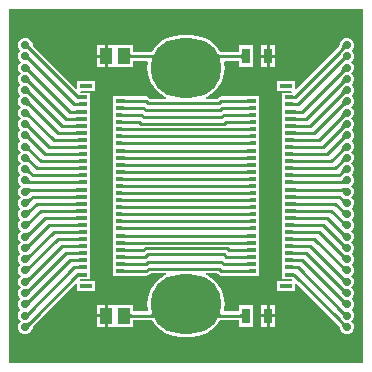
<source format=gtl>
G04*
G04 #@! TF.GenerationSoftware,Altium Limited,Altium Designer,25.8.1 (18)*
G04*
G04 Layer_Physical_Order=1*
G04 Layer_Color=255*
%FSLAX44Y44*%
%MOMM*%
G71*
G04*
G04 #@! TF.SameCoordinates,EA15CCC8-5DA6-4286-B6DC-50CED7DD3932*
G04*
G04*
G04 #@! TF.FilePolarity,Positive*
G04*
G01*
G75*
%ADD13C,0.2540*%
%ADD14R,1.0000X0.3500*%
%ADD15R,0.5000X0.3000*%
%ADD16R,0.6700X0.3000*%
%ADD17R,0.7000X1.3000*%
%ADD18R,1.0000X1.3500*%
%ADD21C,0.2320*%
%ADD22O,6.0000X5.0000*%
%ADD23C,0.3000*%
%ADD24C,0.7000*%
G36*
X300000Y0D02*
X0D01*
Y300000D01*
X300000D01*
Y0D01*
D02*
G37*
%LPC*%
G36*
X155000Y277625D02*
X145000D01*
X140679Y277285D01*
X136463Y276273D01*
X132458Y274614D01*
X128762Y272349D01*
X125466Y269534D01*
X122651Y266238D01*
X121176Y263831D01*
X121082Y263808D01*
X120893Y263780D01*
X120809Y263773D01*
X105040D01*
Y269290D01*
X83770D01*
Y260000D01*
Y250710D01*
X105040D01*
Y256227D01*
X117147D01*
X117933Y255230D01*
X117715Y254321D01*
X117375Y250000D01*
X117715Y245679D01*
X118727Y241463D01*
X120386Y237458D01*
X122651Y233762D01*
X125466Y230466D01*
X128762Y227651D01*
X132458Y225386D01*
X133075Y225130D01*
X132828Y223885D01*
X119609D01*
X118747Y224747D01*
X117486Y225589D01*
X116000Y225885D01*
X98540D01*
Y226040D01*
X96066D01*
X95969Y226059D01*
X95873Y226040D01*
X88460D01*
Y217960D01*
Y205960D01*
Y193960D01*
Y181960D01*
Y169960D01*
Y157960D01*
Y145960D01*
Y133960D01*
Y121960D01*
Y109960D01*
Y97960D01*
Y85960D01*
Y73960D01*
X95873D01*
X95969Y73941D01*
X96066Y73960D01*
X98540D01*
Y74115D01*
X116420D01*
X117907Y74411D01*
X119167Y75253D01*
X120030Y76115D01*
X132828D01*
X133075Y74870D01*
X132458Y74614D01*
X128762Y72349D01*
X125466Y69534D01*
X122651Y66238D01*
X120386Y62542D01*
X118727Y58537D01*
X117715Y54321D01*
X117375Y50000D01*
X117715Y45679D01*
X117933Y44770D01*
X117147Y43773D01*
X105040D01*
Y49290D01*
X83770D01*
Y40000D01*
Y30710D01*
X105040D01*
Y36228D01*
X120809D01*
X120893Y36220D01*
X121082Y36191D01*
X121176Y36169D01*
X122651Y33762D01*
X125466Y30466D01*
X128762Y27651D01*
X132458Y25386D01*
X136463Y23727D01*
X140679Y22715D01*
X145000Y22375D01*
X155000D01*
X159321Y22715D01*
X163537Y23727D01*
X167542Y25386D01*
X171238Y27651D01*
X174534Y30466D01*
X177349Y33762D01*
X178824Y36169D01*
X178918Y36191D01*
X179107Y36220D01*
X179191Y36228D01*
X194460D01*
Y30960D01*
X206540D01*
Y49040D01*
X194460D01*
Y43773D01*
X182853D01*
X182067Y44770D01*
X182285Y45679D01*
X182625Y50000D01*
X182285Y54321D01*
X181273Y58537D01*
X179614Y62542D01*
X177349Y66238D01*
X174534Y69534D01*
X171238Y72349D01*
X167542Y74614D01*
X166925Y74870D01*
X167172Y76115D01*
X176391D01*
X177253Y75253D01*
X178513Y74411D01*
X180000Y74115D01*
X201460D01*
Y73960D01*
X203934D01*
X204030Y73941D01*
X204127Y73960D01*
X211540D01*
Y85960D01*
Y97960D01*
Y109960D01*
Y121960D01*
Y133960D01*
Y145960D01*
Y157960D01*
Y169960D01*
Y181960D01*
Y193960D01*
Y205960D01*
Y217960D01*
Y226040D01*
X204127D01*
X204030Y226059D01*
X203934Y226040D01*
X201460D01*
Y225885D01*
X180000D01*
X178513Y225589D01*
X177253Y224747D01*
X176391Y223885D01*
X167172D01*
X166925Y225130D01*
X167542Y225386D01*
X171238Y227651D01*
X174534Y230466D01*
X177349Y233762D01*
X179614Y237458D01*
X181273Y241463D01*
X182285Y245679D01*
X182625Y250000D01*
X182285Y254321D01*
X182067Y255230D01*
X182853Y256227D01*
X194460D01*
Y250960D01*
X206540D01*
Y269040D01*
X194460D01*
Y263773D01*
X179191D01*
X179107Y263780D01*
X178918Y263808D01*
X178824Y263831D01*
X177349Y266238D01*
X174534Y269534D01*
X171238Y272349D01*
X167542Y274614D01*
X163537Y276273D01*
X159321Y277285D01*
X155000Y277625D01*
D02*
G37*
G36*
X225540Y269040D02*
X220770D01*
Y261270D01*
X225540D01*
Y269040D01*
D02*
G37*
G36*
X218230D02*
X213460D01*
Y261270D01*
X218230D01*
Y269040D01*
D02*
G37*
G36*
X81230Y269290D02*
X74960D01*
Y261270D01*
X81230D01*
Y269290D01*
D02*
G37*
G36*
X225540Y258730D02*
X220770D01*
Y250960D01*
X225540D01*
Y258730D01*
D02*
G37*
G36*
X218230D02*
X213460D01*
Y250960D01*
X218230D01*
Y258730D01*
D02*
G37*
G36*
X81230D02*
X74960D01*
Y250710D01*
X81230D01*
Y258730D01*
D02*
G37*
G36*
X287201Y275290D02*
X284799D01*
X282579Y274371D01*
X280879Y272672D01*
X279960Y270452D01*
Y269827D01*
X279929Y269725D01*
X279903Y269446D01*
X279874Y269265D01*
X279838Y269104D01*
X279795Y268962D01*
X279747Y268837D01*
X279695Y268725D01*
X279637Y268622D01*
X279580Y268539D01*
X276438Y265397D01*
X275688Y264273D01*
X243213Y231799D01*
X242040Y232285D01*
Y239040D01*
X226960D01*
Y230460D01*
X238850D01*
X239529Y229190D01*
X239429Y229040D01*
X231260D01*
Y220960D01*
Y214960D01*
Y202960D01*
Y190960D01*
Y178960D01*
Y166960D01*
Y154960D01*
Y142960D01*
Y130960D01*
Y118960D01*
Y106960D01*
Y94960D01*
Y82960D01*
Y70960D01*
X239429D01*
X239529Y70810D01*
X238850Y69540D01*
X226960D01*
Y60960D01*
X242040D01*
Y67715D01*
X243213Y68201D01*
X275688Y35727D01*
X276438Y34603D01*
X279580Y31461D01*
X279637Y31378D01*
X279695Y31275D01*
X279747Y31163D01*
X279795Y31038D01*
X279838Y30896D01*
X279874Y30736D01*
X279903Y30554D01*
X279929Y30275D01*
X279960Y30173D01*
Y29548D01*
X280879Y27328D01*
X282579Y25629D01*
X284799Y24709D01*
X287201D01*
X289421Y25629D01*
X291120Y27328D01*
X292040Y29548D01*
Y31951D01*
X291120Y34171D01*
X289975Y35316D01*
X291536Y36877D01*
X292456Y39097D01*
Y41500D01*
X291536Y43720D01*
X289984Y45272D01*
X291120Y46408D01*
X292040Y48628D01*
Y51031D01*
X291120Y53251D01*
X289772Y54600D01*
X291120Y55948D01*
X292040Y58168D01*
Y60571D01*
X291120Y62791D01*
X289772Y64140D01*
X291120Y65488D01*
X292040Y67708D01*
Y70111D01*
X291120Y72331D01*
X289772Y73680D01*
X291120Y75028D01*
X292040Y77248D01*
Y79651D01*
X291120Y81871D01*
X289772Y83220D01*
X291120Y84568D01*
X292040Y86788D01*
Y89191D01*
X291120Y91411D01*
X289772Y92760D01*
X291120Y94108D01*
X292040Y96328D01*
Y98731D01*
X291120Y100951D01*
X289772Y102300D01*
X291120Y103648D01*
X292040Y105868D01*
Y108271D01*
X291120Y110491D01*
X289772Y111840D01*
X291120Y113188D01*
X292040Y115408D01*
Y117811D01*
X291120Y120031D01*
X289772Y121380D01*
X291120Y122729D01*
X292040Y124949D01*
Y127351D01*
X291120Y129571D01*
X289772Y130920D01*
X291120Y132268D01*
X292040Y134488D01*
Y136891D01*
X291120Y139111D01*
X289772Y140460D01*
X291120Y141809D01*
X292040Y144029D01*
Y146431D01*
X291120Y148651D01*
X289772Y150000D01*
X291120Y151349D01*
X292040Y153569D01*
Y155971D01*
X291120Y158191D01*
X289772Y159540D01*
X291120Y160889D01*
X292040Y163109D01*
Y165511D01*
X291120Y167731D01*
X289772Y169080D01*
X291120Y170429D01*
X292040Y172649D01*
Y175051D01*
X291120Y177271D01*
X289772Y178620D01*
X291120Y179969D01*
X292040Y182189D01*
Y184592D01*
X291120Y186812D01*
X289772Y188160D01*
X291120Y189509D01*
X292040Y191729D01*
Y194132D01*
X291120Y196352D01*
X289772Y197700D01*
X291120Y199049D01*
X292040Y201269D01*
Y203672D01*
X291120Y205892D01*
X289772Y207240D01*
X291120Y208589D01*
X292040Y210809D01*
Y213212D01*
X291120Y215432D01*
X289772Y216780D01*
X291120Y218129D01*
X292040Y220349D01*
Y222752D01*
X291120Y224972D01*
X289772Y226320D01*
X291120Y227669D01*
X292040Y229889D01*
Y232292D01*
X291120Y234512D01*
X289772Y235860D01*
X291120Y237209D01*
X292040Y239429D01*
Y241832D01*
X291120Y244052D01*
X289772Y245400D01*
X291120Y246749D01*
X292040Y248969D01*
Y251372D01*
X291120Y253592D01*
X289984Y254728D01*
X291536Y256280D01*
X292456Y258500D01*
Y260903D01*
X291536Y263123D01*
X289975Y264684D01*
X291120Y265829D01*
X292040Y268049D01*
Y270452D01*
X291120Y272672D01*
X289421Y274371D01*
X287201Y275290D01*
D02*
G37*
G36*
X15201D02*
X12799D01*
X10579Y274371D01*
X8880Y272672D01*
X7960Y270452D01*
Y268049D01*
X8880Y265829D01*
X10025Y264684D01*
X8464Y263123D01*
X7544Y260903D01*
Y258500D01*
X8464Y256280D01*
X10016Y254728D01*
X8880Y253592D01*
X7960Y251372D01*
Y248969D01*
X8880Y246749D01*
X10228Y245400D01*
X8880Y244052D01*
X7960Y241832D01*
Y239429D01*
X8880Y237209D01*
X10228Y235860D01*
X8880Y234512D01*
X7960Y232292D01*
Y229889D01*
X8880Y227669D01*
X10228Y226320D01*
X8880Y224972D01*
X7960Y222752D01*
Y220349D01*
X8880Y218129D01*
X10228Y216780D01*
X8880Y215432D01*
X7960Y213212D01*
Y210809D01*
X8880Y208589D01*
X10228Y207240D01*
X8880Y205892D01*
X7960Y203672D01*
Y201269D01*
X8880Y199049D01*
X10228Y197700D01*
X8880Y196352D01*
X7960Y194132D01*
Y191729D01*
X8880Y189509D01*
X10228Y188160D01*
X8880Y186812D01*
X7960Y184592D01*
Y182189D01*
X8880Y179969D01*
X10228Y178620D01*
X8880Y177271D01*
X7960Y175051D01*
Y172649D01*
X8880Y170429D01*
X10228Y169080D01*
X8880Y167731D01*
X7960Y165511D01*
Y163109D01*
X8880Y160889D01*
X10228Y159540D01*
X8880Y158191D01*
X7960Y155971D01*
Y153569D01*
X8880Y151349D01*
X10228Y150000D01*
X8880Y148651D01*
X7960Y146431D01*
Y144029D01*
X8880Y141809D01*
X10228Y140460D01*
X8880Y139111D01*
X7960Y136891D01*
Y134488D01*
X8880Y132268D01*
X10228Y130920D01*
X8880Y129571D01*
X7960Y127351D01*
Y124949D01*
X8880Y122729D01*
X10228Y121380D01*
X8880Y120031D01*
X7960Y117811D01*
Y115408D01*
X8880Y113188D01*
X10228Y111840D01*
X8880Y110491D01*
X7960Y108271D01*
Y105868D01*
X8880Y103648D01*
X10228Y102300D01*
X8880Y100951D01*
X7960Y98731D01*
Y96328D01*
X8880Y94108D01*
X10228Y92760D01*
X8880Y91411D01*
X7960Y89191D01*
Y86788D01*
X8880Y84568D01*
X10228Y83220D01*
X8880Y81871D01*
X7960Y79651D01*
Y77248D01*
X8880Y75028D01*
X10228Y73680D01*
X8880Y72331D01*
X7960Y70111D01*
Y67708D01*
X8880Y65488D01*
X10228Y64140D01*
X8880Y62791D01*
X7960Y60571D01*
Y58168D01*
X8880Y55948D01*
X10228Y54600D01*
X8880Y53251D01*
X7960Y51031D01*
Y48628D01*
X8880Y46408D01*
X10016Y45272D01*
X8464Y43720D01*
X7544Y41500D01*
Y39097D01*
X8464Y36877D01*
X10025Y35316D01*
X8880Y34171D01*
X7960Y31951D01*
Y29548D01*
X8880Y27328D01*
X10579Y25629D01*
X12799Y24709D01*
X15201D01*
X17421Y25629D01*
X19120Y27328D01*
X20040Y29548D01*
Y30173D01*
X20071Y30275D01*
X20097Y30554D01*
X20126Y30736D01*
X20162Y30896D01*
X20205Y31038D01*
X20253Y31163D01*
X20305Y31275D01*
X20363Y31378D01*
X20420Y31461D01*
X23561Y34603D01*
X23562Y34603D01*
X24312Y35727D01*
X56787Y68201D01*
X57960Y67715D01*
Y60960D01*
X73040D01*
Y69540D01*
X61150D01*
X60471Y70810D01*
X60571Y70960D01*
X68740D01*
Y76960D01*
Y88960D01*
Y100960D01*
Y112960D01*
Y124960D01*
Y136960D01*
Y148960D01*
Y160960D01*
Y172960D01*
Y184960D01*
Y196960D01*
Y208960D01*
Y220960D01*
Y229040D01*
X60571D01*
X60471Y229190D01*
X61150Y230460D01*
X73040D01*
Y239040D01*
X57960D01*
Y232285D01*
X56787Y231799D01*
X24312Y264273D01*
X23562Y265397D01*
X20420Y268539D01*
X20363Y268622D01*
X20305Y268725D01*
X20253Y268836D01*
X20205Y268962D01*
X20162Y269104D01*
X20126Y269264D01*
X20097Y269446D01*
X20071Y269725D01*
X20040Y269827D01*
Y270452D01*
X19120Y272672D01*
X17421Y274371D01*
X15201Y275290D01*
D02*
G37*
G36*
X225540Y49040D02*
X220770D01*
Y41270D01*
X225540D01*
Y49040D01*
D02*
G37*
G36*
X218230D02*
X213460D01*
Y41270D01*
X218230D01*
Y49040D01*
D02*
G37*
G36*
X81230Y49290D02*
X74960D01*
Y41270D01*
X81230D01*
Y49290D01*
D02*
G37*
G36*
X225540Y38730D02*
X220770D01*
Y30960D01*
X225540D01*
Y38730D01*
D02*
G37*
G36*
X218230D02*
X213460D01*
Y30960D01*
X218230D01*
Y38730D01*
D02*
G37*
G36*
X81230D02*
X74960D01*
Y30710D01*
X81230D01*
Y38730D01*
D02*
G37*
%LPD*%
G36*
X197031Y257680D02*
X197007Y257900D01*
X196938Y258098D01*
X196822Y258272D01*
X196659Y258422D01*
X196451Y258550D01*
X196195Y258654D01*
X195894Y258736D01*
X195546Y258794D01*
X195151Y258828D01*
X194711Y258840D01*
Y261160D01*
X195151Y261172D01*
X195546Y261206D01*
X195894Y261264D01*
X196195Y261346D01*
X196451Y261450D01*
X196659Y261578D01*
X196822Y261728D01*
X196938Y261902D01*
X197007Y262100D01*
X197031Y262320D01*
Y257680D01*
D02*
G37*
G36*
X176875Y262100D02*
X177047Y261902D01*
X177254Y261728D01*
X177495Y261578D01*
X177770Y261450D01*
X178079Y261346D01*
X178423Y261264D01*
X178801Y261206D01*
X179214Y261172D01*
X179661Y261160D01*
X180685Y258840D01*
X180254Y258828D01*
X179875Y258794D01*
X179550Y258736D01*
X179277Y258654D01*
X179058Y258550D01*
X178892Y258422D01*
X178779Y258272D01*
X178720Y258098D01*
X178713Y257900D01*
X178760Y257680D01*
X176737Y262320D01*
X176875Y262100D01*
D02*
G37*
G36*
X121240Y257680D02*
X121287Y257900D01*
X121280Y258098D01*
X121221Y258272D01*
X121108Y258422D01*
X120942Y258550D01*
X120723Y258654D01*
X120450Y258736D01*
X120125Y258794D01*
X119747Y258828D01*
X119315Y258840D01*
X120339Y261160D01*
X120786Y261172D01*
X121199Y261206D01*
X121577Y261264D01*
X121921Y261346D01*
X122230Y261450D01*
X122506Y261578D01*
X122746Y261728D01*
X122953Y261902D01*
X123125Y262100D01*
X123263Y262320D01*
X121240Y257680D01*
D02*
G37*
G36*
X102493Y262100D02*
X102562Y261902D01*
X102678Y261728D01*
X102841Y261578D01*
X103049Y261450D01*
X103305Y261346D01*
X103606Y261264D01*
X103954Y261206D01*
X104349Y261172D01*
X104789Y261160D01*
Y258840D01*
X104349Y258828D01*
X103954Y258794D01*
X103606Y258736D01*
X103305Y258654D01*
X103049Y258550D01*
X102841Y258422D01*
X102678Y258272D01*
X102562Y258098D01*
X102493Y257900D01*
X102470Y257680D01*
Y262320D01*
X102493Y262100D01*
D02*
G37*
G36*
X95995Y223432D02*
X96071Y223398D01*
X96198Y223368D01*
X96376Y223342D01*
X96884Y223302D01*
X98510Y223270D01*
Y220730D01*
X98027Y220728D01*
X96071Y220602D01*
X95995Y220568D01*
X95969Y220530D01*
Y223470D01*
X95995Y223432D01*
D02*
G37*
G36*
X204030Y220530D02*
X204005Y220568D01*
X203929Y220602D01*
X203802Y220632D01*
X203624Y220658D01*
X203116Y220698D01*
X201490Y220730D01*
Y223270D01*
X201973Y223272D01*
X203929Y223398D01*
X204005Y223432D01*
X204030Y223470D01*
Y220530D01*
D02*
G37*
G36*
X95995Y217432D02*
X96071Y217398D01*
X96198Y217368D01*
X96376Y217342D01*
X96884Y217302D01*
X98510Y217270D01*
Y214730D01*
X98027Y214728D01*
X96071Y214602D01*
X95995Y214568D01*
X95969Y214531D01*
Y217470D01*
X95995Y217432D01*
D02*
G37*
G36*
X204030Y214531D02*
X204005Y214568D01*
X203929Y214602D01*
X203802Y214632D01*
X203624Y214658D01*
X203116Y214698D01*
X201490Y214730D01*
Y217270D01*
X201973Y217272D01*
X203929Y217398D01*
X204005Y217432D01*
X204030Y217470D01*
Y214531D01*
D02*
G37*
G36*
X95995Y211432D02*
X96071Y211398D01*
X96198Y211368D01*
X96376Y211342D01*
X96884Y211302D01*
X98510Y211270D01*
Y208730D01*
X98027Y208728D01*
X96071Y208602D01*
X95995Y208568D01*
X95969Y208531D01*
Y211470D01*
X95995Y211432D01*
D02*
G37*
G36*
X204030Y208531D02*
X204005Y208568D01*
X203929Y208602D01*
X203802Y208632D01*
X203624Y208658D01*
X203116Y208698D01*
X201490Y208730D01*
Y211270D01*
X201973Y211272D01*
X203929Y211398D01*
X204005Y211432D01*
X204030Y211469D01*
Y208531D01*
D02*
G37*
G36*
X95995Y205432D02*
X96071Y205398D01*
X96198Y205368D01*
X96376Y205342D01*
X96884Y205302D01*
X98510Y205270D01*
Y202730D01*
X98027Y202728D01*
X96071Y202602D01*
X95995Y202568D01*
X95969Y202530D01*
Y205469D01*
X95995Y205432D01*
D02*
G37*
G36*
X204030Y202530D02*
X204005Y202568D01*
X203929Y202602D01*
X203802Y202632D01*
X203624Y202658D01*
X203116Y202698D01*
X201490Y202730D01*
Y205270D01*
X201973Y205272D01*
X203929Y205398D01*
X204005Y205432D01*
X204030Y205469D01*
Y202530D01*
D02*
G37*
G36*
X95995Y199432D02*
X96071Y199398D01*
X96198Y199368D01*
X96376Y199342D01*
X96884Y199302D01*
X98510Y199270D01*
Y196730D01*
X98027Y196728D01*
X96071Y196602D01*
X95995Y196568D01*
X95969Y196530D01*
Y199470D01*
X95995Y199432D01*
D02*
G37*
G36*
X204030Y196530D02*
X204005Y196568D01*
X203929Y196602D01*
X203802Y196632D01*
X203624Y196658D01*
X203116Y196698D01*
X201490Y196730D01*
Y199270D01*
X201973Y199272D01*
X203929Y199398D01*
X204005Y199432D01*
X204030Y199470D01*
Y196530D01*
D02*
G37*
G36*
X95993Y193411D02*
X96062Y193358D01*
X96178Y193312D01*
X96341Y193271D01*
X96550Y193237D01*
X96805Y193209D01*
X97849Y193163D01*
X98289Y193160D01*
Y190840D01*
X97849Y190837D01*
X96341Y190729D01*
X96178Y190688D01*
X96062Y190642D01*
X95993Y190589D01*
X95969Y190530D01*
Y193470D01*
X95993Y193411D01*
D02*
G37*
G36*
X204030Y190530D02*
X204007Y190589D01*
X203938Y190642D01*
X203822Y190688D01*
X203659Y190728D01*
X203451Y190763D01*
X203195Y190791D01*
X202151Y190837D01*
X201710Y190840D01*
Y193160D01*
X202151Y193163D01*
X203659Y193271D01*
X203822Y193312D01*
X203938Y193358D01*
X204007Y193411D01*
X204030Y193470D01*
Y190530D01*
D02*
G37*
G36*
X95993Y187411D02*
X96062Y187358D01*
X96178Y187312D01*
X96341Y187271D01*
X96550Y187237D01*
X96805Y187209D01*
X97849Y187163D01*
X98289Y187160D01*
Y184840D01*
X97849Y184837D01*
X96341Y184729D01*
X96178Y184688D01*
X96062Y184642D01*
X95993Y184589D01*
X95969Y184531D01*
Y187470D01*
X95993Y187411D01*
D02*
G37*
G36*
X204030Y184531D02*
X204007Y184589D01*
X203938Y184642D01*
X203822Y184688D01*
X203659Y184729D01*
X203451Y184763D01*
X203195Y184790D01*
X202151Y184837D01*
X201710Y184840D01*
Y187160D01*
X202151Y187163D01*
X203659Y187271D01*
X203822Y187312D01*
X203938Y187358D01*
X204007Y187411D01*
X204030Y187470D01*
Y184531D01*
D02*
G37*
G36*
X95993Y181411D02*
X96062Y181358D01*
X96178Y181312D01*
X96341Y181271D01*
X96550Y181237D01*
X96805Y181210D01*
X97849Y181163D01*
X98289Y181160D01*
Y178840D01*
X97849Y178837D01*
X96341Y178729D01*
X96178Y178688D01*
X96062Y178642D01*
X95993Y178589D01*
X95969Y178531D01*
Y181470D01*
X95993Y181411D01*
D02*
G37*
G36*
X204030Y178531D02*
X204007Y178589D01*
X203938Y178642D01*
X203822Y178688D01*
X203659Y178729D01*
X203451Y178763D01*
X203195Y178790D01*
X202151Y178837D01*
X201710Y178840D01*
Y181160D01*
X202151Y181163D01*
X203659Y181271D01*
X203822Y181312D01*
X203938Y181358D01*
X204007Y181411D01*
X204030Y181469D01*
Y178531D01*
D02*
G37*
G36*
X95993Y175411D02*
X96062Y175358D01*
X96178Y175312D01*
X96341Y175271D01*
X96550Y175237D01*
X96805Y175210D01*
X97849Y175163D01*
X98289Y175160D01*
Y172840D01*
X97849Y172837D01*
X96341Y172729D01*
X96178Y172688D01*
X96062Y172642D01*
X95993Y172589D01*
X95969Y172530D01*
Y175470D01*
X95993Y175411D01*
D02*
G37*
G36*
X204030Y172530D02*
X204007Y172589D01*
X203938Y172642D01*
X203822Y172688D01*
X203659Y172729D01*
X203451Y172763D01*
X203195Y172791D01*
X202151Y172837D01*
X201710Y172840D01*
Y175160D01*
X202151Y175163D01*
X203659Y175271D01*
X203822Y175312D01*
X203938Y175358D01*
X204007Y175411D01*
X204030Y175469D01*
Y172530D01*
D02*
G37*
G36*
X95993Y169411D02*
X96062Y169358D01*
X96178Y169312D01*
X96341Y169272D01*
X96550Y169237D01*
X96805Y169209D01*
X97849Y169163D01*
X98289Y169160D01*
Y166840D01*
X97849Y166837D01*
X96341Y166729D01*
X96178Y166688D01*
X96062Y166642D01*
X95993Y166589D01*
X95969Y166530D01*
Y169470D01*
X95993Y169411D01*
D02*
G37*
G36*
X204030Y166530D02*
X204007Y166589D01*
X203938Y166642D01*
X203822Y166688D01*
X203659Y166729D01*
X203451Y166763D01*
X203195Y166791D01*
X202151Y166837D01*
X201710Y166840D01*
Y169160D01*
X202151Y169163D01*
X203659Y169271D01*
X203822Y169312D01*
X203938Y169358D01*
X204007Y169411D01*
X204030Y169470D01*
Y166530D01*
D02*
G37*
G36*
X95993Y163411D02*
X96062Y163358D01*
X96178Y163312D01*
X96341Y163272D01*
X96550Y163237D01*
X96805Y163209D01*
X97849Y163163D01*
X98289Y163160D01*
Y160840D01*
X97849Y160837D01*
X96341Y160729D01*
X96178Y160688D01*
X96062Y160642D01*
X95993Y160589D01*
X95969Y160530D01*
Y163470D01*
X95993Y163411D01*
D02*
G37*
G36*
X204030Y160530D02*
X204007Y160589D01*
X203938Y160642D01*
X203822Y160688D01*
X203659Y160729D01*
X203451Y160763D01*
X203195Y160791D01*
X202151Y160837D01*
X201710Y160840D01*
Y163160D01*
X202151Y163163D01*
X203659Y163271D01*
X203822Y163312D01*
X203938Y163358D01*
X204007Y163411D01*
X204030Y163470D01*
Y160530D01*
D02*
G37*
G36*
X95993Y157411D02*
X96062Y157358D01*
X96178Y157312D01*
X96341Y157271D01*
X96550Y157237D01*
X96805Y157210D01*
X97849Y157163D01*
X98289Y157160D01*
Y154840D01*
X97849Y154837D01*
X96341Y154729D01*
X96178Y154688D01*
X96062Y154642D01*
X95993Y154589D01*
X95969Y154530D01*
Y157470D01*
X95993Y157411D01*
D02*
G37*
G36*
X204030Y154530D02*
X204007Y154589D01*
X203938Y154642D01*
X203822Y154688D01*
X203659Y154729D01*
X203451Y154763D01*
X203195Y154790D01*
X202151Y154837D01*
X201710Y154840D01*
Y157160D01*
X202151Y157163D01*
X203659Y157271D01*
X203822Y157312D01*
X203938Y157358D01*
X204007Y157411D01*
X204030Y157470D01*
Y154530D01*
D02*
G37*
G36*
X95993Y151411D02*
X96062Y151358D01*
X96178Y151312D01*
X96341Y151271D01*
X96550Y151237D01*
X96805Y151209D01*
X97849Y151163D01*
X98289Y151160D01*
Y148840D01*
X97849Y148837D01*
X96341Y148729D01*
X96178Y148688D01*
X96062Y148642D01*
X95993Y148589D01*
X95969Y148531D01*
Y151469D01*
X95993Y151411D01*
D02*
G37*
G36*
X204030Y148531D02*
X204007Y148589D01*
X203938Y148642D01*
X203822Y148688D01*
X203659Y148729D01*
X203451Y148763D01*
X203195Y148791D01*
X202151Y148837D01*
X201710Y148840D01*
Y151160D01*
X202151Y151163D01*
X203659Y151271D01*
X203822Y151312D01*
X203938Y151358D01*
X204007Y151411D01*
X204030Y151469D01*
Y148531D01*
D02*
G37*
G36*
X95993Y145411D02*
X96062Y145358D01*
X96178Y145312D01*
X96341Y145272D01*
X96550Y145237D01*
X96805Y145210D01*
X97849Y145163D01*
X98289Y145160D01*
Y142840D01*
X97849Y142837D01*
X96341Y142729D01*
X96178Y142688D01*
X96062Y142642D01*
X95993Y142589D01*
X95969Y142530D01*
Y145470D01*
X95993Y145411D01*
D02*
G37*
G36*
X204030Y142530D02*
X204007Y142589D01*
X203938Y142642D01*
X203822Y142688D01*
X203659Y142729D01*
X203451Y142763D01*
X203195Y142790D01*
X202151Y142837D01*
X201710Y142840D01*
Y145160D01*
X202151Y145163D01*
X203659Y145271D01*
X203822Y145312D01*
X203938Y145358D01*
X204007Y145411D01*
X204030Y145470D01*
Y142530D01*
D02*
G37*
G36*
X95993Y139411D02*
X96062Y139358D01*
X96178Y139312D01*
X96341Y139271D01*
X96550Y139237D01*
X96805Y139209D01*
X97849Y139163D01*
X98289Y139160D01*
Y136840D01*
X97849Y136837D01*
X96341Y136729D01*
X96178Y136688D01*
X96062Y136642D01*
X95993Y136589D01*
X95969Y136531D01*
Y139469D01*
X95993Y139411D01*
D02*
G37*
G36*
X204030Y136531D02*
X204007Y136589D01*
X203938Y136642D01*
X203822Y136688D01*
X203659Y136729D01*
X203451Y136763D01*
X203195Y136791D01*
X202151Y136837D01*
X201710Y136840D01*
Y139160D01*
X202151Y139163D01*
X203659Y139271D01*
X203822Y139312D01*
X203938Y139358D01*
X204007Y139411D01*
X204030Y139469D01*
Y136531D01*
D02*
G37*
G36*
X95993Y133411D02*
X96062Y133358D01*
X96178Y133312D01*
X96341Y133272D01*
X96550Y133237D01*
X96805Y133209D01*
X97849Y133163D01*
X98289Y133160D01*
Y130840D01*
X97849Y130837D01*
X96341Y130729D01*
X96178Y130688D01*
X96062Y130642D01*
X95993Y130589D01*
X95969Y130531D01*
Y133470D01*
X95993Y133411D01*
D02*
G37*
G36*
X204030Y130530D02*
X204007Y130589D01*
X203938Y130642D01*
X203822Y130688D01*
X203659Y130729D01*
X203451Y130763D01*
X203195Y130791D01*
X202151Y130837D01*
X201710Y130840D01*
Y133160D01*
X202151Y133163D01*
X203659Y133271D01*
X203822Y133312D01*
X203938Y133358D01*
X204007Y133411D01*
X204030Y133469D01*
Y130530D01*
D02*
G37*
G36*
X95993Y127411D02*
X96062Y127358D01*
X96178Y127312D01*
X96341Y127271D01*
X96550Y127237D01*
X96805Y127210D01*
X97849Y127163D01*
X98289Y127160D01*
Y124840D01*
X97849Y124837D01*
X96341Y124729D01*
X96178Y124688D01*
X96062Y124642D01*
X95993Y124589D01*
X95969Y124530D01*
Y127470D01*
X95993Y127411D01*
D02*
G37*
G36*
X204030Y124530D02*
X204007Y124589D01*
X203938Y124642D01*
X203822Y124688D01*
X203659Y124729D01*
X203451Y124763D01*
X203195Y124790D01*
X202151Y124837D01*
X201710Y124840D01*
Y127160D01*
X202151Y127163D01*
X203659Y127271D01*
X203822Y127312D01*
X203938Y127358D01*
X204007Y127411D01*
X204030Y127470D01*
Y124530D01*
D02*
G37*
G36*
X95993Y121411D02*
X96062Y121358D01*
X96178Y121312D01*
X96341Y121271D01*
X96550Y121237D01*
X96805Y121209D01*
X97849Y121163D01*
X98289Y121160D01*
Y118840D01*
X97849Y118837D01*
X96341Y118729D01*
X96178Y118688D01*
X96062Y118642D01*
X95993Y118589D01*
X95969Y118531D01*
Y121470D01*
X95993Y121411D01*
D02*
G37*
G36*
X204030Y118530D02*
X204007Y118589D01*
X203938Y118642D01*
X203822Y118688D01*
X203659Y118729D01*
X203451Y118763D01*
X203195Y118791D01*
X202151Y118837D01*
X201710Y118840D01*
Y121160D01*
X202151Y121163D01*
X203659Y121271D01*
X203822Y121312D01*
X203938Y121358D01*
X204007Y121411D01*
X204030Y121469D01*
Y118530D01*
D02*
G37*
G36*
X95993Y115411D02*
X96062Y115358D01*
X96178Y115312D01*
X96341Y115271D01*
X96550Y115237D01*
X96805Y115210D01*
X97849Y115163D01*
X98289Y115160D01*
Y112840D01*
X97849Y112837D01*
X96341Y112729D01*
X96178Y112688D01*
X96062Y112642D01*
X95993Y112589D01*
X95969Y112530D01*
Y115470D01*
X95993Y115411D01*
D02*
G37*
G36*
X204030Y112530D02*
X204007Y112589D01*
X203938Y112642D01*
X203822Y112688D01*
X203659Y112729D01*
X203451Y112763D01*
X203195Y112790D01*
X202151Y112837D01*
X201710Y112840D01*
Y115160D01*
X202151Y115163D01*
X203659Y115271D01*
X203822Y115312D01*
X203938Y115358D01*
X204007Y115411D01*
X204030Y115470D01*
Y112530D01*
D02*
G37*
G36*
X95993Y109411D02*
X96062Y109358D01*
X96178Y109312D01*
X96341Y109271D01*
X96550Y109237D01*
X96805Y109209D01*
X97849Y109163D01*
X98289Y109160D01*
Y106840D01*
X97849Y106837D01*
X96341Y106729D01*
X96178Y106688D01*
X96062Y106642D01*
X95993Y106589D01*
X95969Y106531D01*
Y109470D01*
X95993Y109411D01*
D02*
G37*
G36*
X204030Y106531D02*
X204007Y106589D01*
X203938Y106642D01*
X203822Y106688D01*
X203659Y106729D01*
X203451Y106763D01*
X203195Y106791D01*
X202151Y106837D01*
X201710Y106840D01*
Y109160D01*
X202151Y109163D01*
X203659Y109271D01*
X203822Y109312D01*
X203938Y109358D01*
X204007Y109411D01*
X204030Y109469D01*
Y106531D01*
D02*
G37*
G36*
X95993Y103411D02*
X96062Y103358D01*
X96178Y103312D01*
X96341Y103271D01*
X96550Y103237D01*
X96805Y103209D01*
X97849Y103163D01*
X98289Y103160D01*
Y100840D01*
X97849Y100837D01*
X96341Y100729D01*
X96178Y100688D01*
X96062Y100642D01*
X95993Y100589D01*
X95969Y100531D01*
Y103469D01*
X95993Y103411D01*
D02*
G37*
G36*
X204030Y100531D02*
X204007Y100589D01*
X203938Y100642D01*
X203822Y100688D01*
X203659Y100729D01*
X203451Y100763D01*
X203195Y100791D01*
X202151Y100837D01*
X201710Y100840D01*
Y103160D01*
X202151Y103163D01*
X203659Y103271D01*
X203822Y103312D01*
X203938Y103358D01*
X204007Y103411D01*
X204030Y103469D01*
Y100531D01*
D02*
G37*
G36*
X95995Y97432D02*
X96071Y97398D01*
X96198Y97368D01*
X96376Y97342D01*
X96884Y97302D01*
X98510Y97270D01*
Y94730D01*
X98027Y94728D01*
X96071Y94602D01*
X95995Y94568D01*
X95969Y94530D01*
Y97470D01*
X95995Y97432D01*
D02*
G37*
G36*
X204030Y94530D02*
X204005Y94568D01*
X203929Y94602D01*
X203802Y94632D01*
X203624Y94658D01*
X203116Y94698D01*
X201490Y94730D01*
Y97270D01*
X201973Y97272D01*
X203929Y97398D01*
X204005Y97432D01*
X204030Y97470D01*
Y94530D01*
D02*
G37*
G36*
X95995Y91432D02*
X96071Y91398D01*
X96198Y91368D01*
X96376Y91342D01*
X96884Y91302D01*
X98510Y91270D01*
Y88730D01*
X98027Y88728D01*
X96071Y88602D01*
X95995Y88568D01*
X95969Y88531D01*
Y91469D01*
X95995Y91432D01*
D02*
G37*
G36*
X204030Y88531D02*
X204005Y88568D01*
X203929Y88602D01*
X203802Y88632D01*
X203624Y88658D01*
X203116Y88698D01*
X201490Y88730D01*
Y91270D01*
X201973Y91272D01*
X203929Y91398D01*
X204005Y91432D01*
X204030Y91469D01*
Y88531D01*
D02*
G37*
G36*
X95995Y85432D02*
X96071Y85398D01*
X96198Y85368D01*
X96376Y85342D01*
X96884Y85302D01*
X98510Y85270D01*
Y82730D01*
X98027Y82728D01*
X96071Y82602D01*
X95995Y82568D01*
X95969Y82530D01*
Y85470D01*
X95995Y85432D01*
D02*
G37*
G36*
X204030Y82530D02*
X204005Y82568D01*
X203929Y82602D01*
X203802Y82632D01*
X203624Y82658D01*
X203116Y82698D01*
X201490Y82730D01*
Y85270D01*
X201973Y85272D01*
X203929Y85398D01*
X204005Y85432D01*
X204030Y85470D01*
Y82530D01*
D02*
G37*
G36*
X95995Y79432D02*
X96071Y79398D01*
X96198Y79368D01*
X96376Y79342D01*
X96884Y79302D01*
X98510Y79270D01*
Y76730D01*
X98027Y76728D01*
X96071Y76602D01*
X95995Y76568D01*
X95969Y76530D01*
Y79470D01*
X95995Y79432D01*
D02*
G37*
G36*
X204030Y76530D02*
X204005Y76568D01*
X203929Y76602D01*
X203802Y76632D01*
X203624Y76658D01*
X203116Y76698D01*
X201490Y76730D01*
Y79270D01*
X201973Y79272D01*
X203929Y79398D01*
X204005Y79432D01*
X204030Y79469D01*
Y76530D01*
D02*
G37*
G36*
X197031Y37680D02*
X197007Y37900D01*
X196938Y38098D01*
X196822Y38272D01*
X196659Y38422D01*
X196451Y38550D01*
X196195Y38654D01*
X195894Y38736D01*
X195546Y38794D01*
X195151Y38828D01*
X194711Y38840D01*
Y41160D01*
X195151Y41172D01*
X195546Y41206D01*
X195894Y41264D01*
X196195Y41346D01*
X196451Y41450D01*
X196659Y41578D01*
X196822Y41728D01*
X196938Y41902D01*
X197007Y42100D01*
X197031Y42320D01*
Y37680D01*
D02*
G37*
G36*
X178713Y42100D02*
X178720Y41902D01*
X178779Y41728D01*
X178892Y41578D01*
X179058Y41450D01*
X179277Y41346D01*
X179550Y41264D01*
X179875Y41206D01*
X180254Y41172D01*
X180685Y41160D01*
X179661Y38840D01*
X179214Y38828D01*
X178801Y38794D01*
X178423Y38736D01*
X178079Y38654D01*
X177770Y38550D01*
X177495Y38422D01*
X177254Y38272D01*
X177047Y38098D01*
X176875Y37900D01*
X176737Y37680D01*
X178760Y42320D01*
X178713Y42100D01*
D02*
G37*
G36*
X123263Y37680D02*
X123125Y37900D01*
X122953Y38098D01*
X122746Y38272D01*
X122506Y38422D01*
X122230Y38550D01*
X121921Y38654D01*
X121577Y38736D01*
X121199Y38794D01*
X120786Y38828D01*
X120339Y38840D01*
X119315Y41160D01*
X119747Y41172D01*
X120125Y41206D01*
X120450Y41264D01*
X120723Y41346D01*
X120942Y41450D01*
X121108Y41578D01*
X121221Y41728D01*
X121280Y41902D01*
X121287Y42100D01*
X121240Y42320D01*
X123263Y37680D01*
D02*
G37*
G36*
X102493Y42100D02*
X102562Y41902D01*
X102678Y41728D01*
X102841Y41578D01*
X103049Y41450D01*
X103305Y41346D01*
X103606Y41264D01*
X103954Y41206D01*
X104349Y41172D01*
X104789Y41160D01*
Y38840D01*
X104349Y38828D01*
X103954Y38794D01*
X103606Y38736D01*
X103305Y38654D01*
X103049Y38550D01*
X102841Y38422D01*
X102678Y38272D01*
X102562Y38098D01*
X102493Y37900D01*
X102470Y37680D01*
Y42320D01*
X102493Y42100D01*
D02*
G37*
G36*
X285702Y265763D02*
X285354Y265780D01*
X285017Y265771D01*
X284693Y265735D01*
X284381Y265672D01*
X284081Y265583D01*
X283792Y265467D01*
X283515Y265325D01*
X283251Y265156D01*
X282998Y264961D01*
X282757Y264739D01*
X281248Y266511D01*
X281465Y266746D01*
X281663Y266995D01*
X281840Y267257D01*
X281996Y267533D01*
X282133Y267823D01*
X282248Y268127D01*
X282344Y268444D01*
X282419Y268776D01*
X282473Y269121D01*
X282507Y269479D01*
X285702Y265763D01*
D02*
G37*
G36*
X285401Y246722D02*
X285064Y246766D01*
X284738Y246781D01*
X284422Y246766D01*
X284116Y246721D01*
X283820Y246646D01*
X283535Y246542D01*
X283260Y246407D01*
X282996Y246243D01*
X282742Y246049D01*
X282498Y245825D01*
X281142Y247751D01*
X281357Y247982D01*
X281556Y248227D01*
X281737Y248486D01*
X281902Y248759D01*
X282051Y249047D01*
X282182Y249349D01*
X282297Y249665D01*
X282395Y249996D01*
X282476Y250341D01*
X282540Y250700D01*
X285401Y246722D01*
D02*
G37*
G36*
X285401Y237182D02*
X285064Y237226D01*
X284738Y237241D01*
X284422Y237226D01*
X284116Y237181D01*
X283820Y237106D01*
X283535Y237002D01*
X283260Y236867D01*
X282996Y236703D01*
X282742Y236509D01*
X282498Y236285D01*
X281142Y238211D01*
X281357Y238442D01*
X281556Y238687D01*
X281737Y238946D01*
X281902Y239219D01*
X282051Y239507D01*
X282182Y239809D01*
X282297Y240125D01*
X282395Y240456D01*
X282476Y240801D01*
X282540Y241160D01*
X285401Y237182D01*
D02*
G37*
G36*
Y227642D02*
X285064Y227686D01*
X284738Y227701D01*
X284422Y227686D01*
X284116Y227641D01*
X283820Y227566D01*
X283535Y227462D01*
X283260Y227327D01*
X282996Y227163D01*
X282742Y226969D01*
X282498Y226745D01*
X281142Y228671D01*
X281357Y228902D01*
X281556Y229146D01*
X281737Y229406D01*
X281902Y229679D01*
X282051Y229967D01*
X282182Y230269D01*
X282297Y230585D01*
X282395Y230916D01*
X282476Y231261D01*
X282540Y231620D01*
X285401Y227642D01*
D02*
G37*
G36*
X240485Y226454D02*
X240530Y226441D01*
X240605Y226429D01*
X240711Y226419D01*
X241209Y226397D01*
X241980Y226390D01*
Y224070D01*
X241693Y224067D01*
X241013Y224014D01*
X240847Y223983D01*
X240711Y223944D01*
X240605Y223899D01*
X240530Y223846D01*
X240485Y223786D01*
X240469Y223720D01*
Y226469D01*
X240485Y226454D01*
D02*
G37*
G36*
X285401Y218102D02*
X285064Y218146D01*
X284738Y218161D01*
X284422Y218146D01*
X284116Y218101D01*
X283820Y218026D01*
X283535Y217922D01*
X283260Y217787D01*
X282996Y217623D01*
X282742Y217429D01*
X282498Y217205D01*
X281142Y219131D01*
X281357Y219361D01*
X281556Y219606D01*
X281737Y219866D01*
X281902Y220139D01*
X282051Y220427D01*
X282182Y220729D01*
X282297Y221045D01*
X282395Y221376D01*
X282476Y221721D01*
X282540Y222080D01*
X285401Y218102D01*
D02*
G37*
G36*
X240493Y220411D02*
X240562Y220358D01*
X240678Y220312D01*
X240841Y220271D01*
X241049Y220237D01*
X241305Y220210D01*
X242349Y220163D01*
X242789Y220160D01*
Y217840D01*
X242349Y217837D01*
X240841Y217729D01*
X240678Y217688D01*
X240562Y217642D01*
X240493Y217589D01*
X240469Y217530D01*
Y220469D01*
X240493Y220411D01*
D02*
G37*
G36*
Y214411D02*
X240562Y214358D01*
X240678Y214312D01*
X240841Y214271D01*
X241049Y214237D01*
X241305Y214209D01*
X242349Y214163D01*
X242789Y214160D01*
Y211840D01*
X242349Y211837D01*
X240841Y211729D01*
X240678Y211688D01*
X240562Y211642D01*
X240493Y211589D01*
X240469Y211530D01*
Y214470D01*
X240493Y214411D01*
D02*
G37*
G36*
X285401Y208562D02*
X285064Y208606D01*
X284738Y208621D01*
X284422Y208606D01*
X284116Y208561D01*
X283820Y208486D01*
X283535Y208382D01*
X283260Y208247D01*
X282996Y208083D01*
X282742Y207889D01*
X282498Y207665D01*
X281142Y209591D01*
X281357Y209821D01*
X281556Y210066D01*
X281737Y210326D01*
X281902Y210599D01*
X282051Y210887D01*
X282182Y211189D01*
X282297Y211505D01*
X282395Y211836D01*
X282476Y212181D01*
X282540Y212540D01*
X285401Y208562D01*
D02*
G37*
G36*
X240493Y208411D02*
X240562Y208358D01*
X240678Y208312D01*
X240841Y208271D01*
X241049Y208237D01*
X241305Y208209D01*
X242349Y208163D01*
X242789Y208160D01*
Y205840D01*
X242349Y205837D01*
X240841Y205728D01*
X240678Y205688D01*
X240562Y205642D01*
X240493Y205589D01*
X240469Y205530D01*
Y208470D01*
X240493Y208411D01*
D02*
G37*
G36*
Y202411D02*
X240562Y202358D01*
X240678Y202312D01*
X240841Y202271D01*
X241049Y202237D01*
X241305Y202209D01*
X242349Y202163D01*
X242789Y202160D01*
Y199840D01*
X242349Y199837D01*
X240841Y199729D01*
X240678Y199688D01*
X240562Y199642D01*
X240493Y199589D01*
X240469Y199531D01*
Y202470D01*
X240493Y202411D01*
D02*
G37*
G36*
X285401Y199022D02*
X285064Y199066D01*
X284738Y199081D01*
X284422Y199066D01*
X284116Y199021D01*
X283820Y198946D01*
X283535Y198841D01*
X283260Y198707D01*
X282996Y198543D01*
X282742Y198349D01*
X282498Y198125D01*
X281142Y200051D01*
X281357Y200281D01*
X281556Y200526D01*
X281737Y200786D01*
X281902Y201059D01*
X282051Y201347D01*
X282182Y201649D01*
X282297Y201965D01*
X282395Y202296D01*
X282476Y202641D01*
X282540Y203000D01*
X285401Y199022D01*
D02*
G37*
G36*
X240493Y196411D02*
X240562Y196358D01*
X240678Y196312D01*
X240841Y196271D01*
X241049Y196237D01*
X241305Y196210D01*
X242349Y196163D01*
X242789Y196160D01*
Y193840D01*
X242349Y193837D01*
X240841Y193729D01*
X240678Y193688D01*
X240562Y193642D01*
X240493Y193589D01*
X240469Y193530D01*
Y196469D01*
X240493Y196411D01*
D02*
G37*
G36*
X285401Y189482D02*
X285064Y189526D01*
X284738Y189541D01*
X284422Y189526D01*
X284116Y189481D01*
X283820Y189406D01*
X283535Y189301D01*
X283260Y189167D01*
X282996Y189003D01*
X282742Y188809D01*
X282498Y188585D01*
X281142Y190511D01*
X281357Y190741D01*
X281556Y190986D01*
X281737Y191246D01*
X281902Y191519D01*
X282051Y191807D01*
X282182Y192109D01*
X282297Y192425D01*
X282395Y192756D01*
X282476Y193101D01*
X282540Y193460D01*
X285401Y189482D01*
D02*
G37*
G36*
X240493Y190411D02*
X240562Y190358D01*
X240678Y190312D01*
X240841Y190271D01*
X241049Y190237D01*
X241305Y190210D01*
X242349Y190163D01*
X242789Y190160D01*
Y187840D01*
X242349Y187837D01*
X240841Y187729D01*
X240678Y187688D01*
X240562Y187642D01*
X240493Y187589D01*
X240469Y187530D01*
Y190469D01*
X240493Y190411D01*
D02*
G37*
G36*
Y184411D02*
X240562Y184358D01*
X240678Y184312D01*
X240841Y184271D01*
X241049Y184237D01*
X241305Y184209D01*
X242349Y184163D01*
X242789Y184160D01*
Y181840D01*
X242349Y181837D01*
X240841Y181728D01*
X240678Y181688D01*
X240562Y181642D01*
X240493Y181589D01*
X240469Y181530D01*
Y184470D01*
X240493Y184411D01*
D02*
G37*
G36*
X285401Y179942D02*
X285064Y179986D01*
X284738Y180001D01*
X284422Y179986D01*
X284116Y179941D01*
X283820Y179866D01*
X283535Y179761D01*
X283260Y179627D01*
X282996Y179463D01*
X282742Y179269D01*
X282498Y179045D01*
X281142Y180971D01*
X281357Y181201D01*
X281556Y181446D01*
X281737Y181705D01*
X281902Y181979D01*
X282051Y182267D01*
X282182Y182569D01*
X282297Y182885D01*
X282395Y183216D01*
X282476Y183561D01*
X282540Y183920D01*
X285401Y179942D01*
D02*
G37*
G36*
X240493Y178411D02*
X240562Y178358D01*
X240678Y178312D01*
X240841Y178271D01*
X241049Y178237D01*
X241305Y178209D01*
X242349Y178163D01*
X242789Y178160D01*
Y175840D01*
X242349Y175837D01*
X240841Y175729D01*
X240678Y175688D01*
X240562Y175642D01*
X240493Y175589D01*
X240469Y175530D01*
Y178470D01*
X240493Y178411D01*
D02*
G37*
G36*
X285401Y170402D02*
X285064Y170446D01*
X284738Y170461D01*
X284422Y170446D01*
X284116Y170401D01*
X283820Y170326D01*
X283535Y170221D01*
X283260Y170087D01*
X282996Y169923D01*
X282742Y169729D01*
X282498Y169505D01*
X281142Y171431D01*
X281357Y171661D01*
X281556Y171906D01*
X281737Y172166D01*
X281902Y172439D01*
X282051Y172727D01*
X282182Y173029D01*
X282297Y173345D01*
X282395Y173676D01*
X282476Y174021D01*
X282540Y174380D01*
X285401Y170402D01*
D02*
G37*
G36*
X240493Y172411D02*
X240562Y172358D01*
X240678Y172312D01*
X240841Y172271D01*
X241049Y172237D01*
X241305Y172209D01*
X242349Y172163D01*
X242789Y172160D01*
Y169840D01*
X242349Y169837D01*
X240841Y169729D01*
X240678Y169688D01*
X240562Y169642D01*
X240493Y169589D01*
X240469Y169530D01*
Y172470D01*
X240493Y172411D01*
D02*
G37*
G36*
Y166411D02*
X240562Y166358D01*
X240678Y166312D01*
X240841Y166271D01*
X241049Y166237D01*
X241305Y166210D01*
X242349Y166163D01*
X242789Y166160D01*
Y163840D01*
X242349Y163837D01*
X240841Y163729D01*
X240678Y163688D01*
X240562Y163642D01*
X240493Y163589D01*
X240469Y163531D01*
Y166469D01*
X240493Y166411D01*
D02*
G37*
G36*
X285401Y160862D02*
X285064Y160906D01*
X284738Y160921D01*
X284422Y160906D01*
X284116Y160861D01*
X283820Y160786D01*
X283535Y160681D01*
X283260Y160547D01*
X282996Y160383D01*
X282742Y160189D01*
X282498Y159965D01*
X281142Y161891D01*
X281357Y162121D01*
X281556Y162366D01*
X281737Y162626D01*
X281902Y162899D01*
X282051Y163187D01*
X282182Y163489D01*
X282297Y163805D01*
X282395Y164136D01*
X282476Y164480D01*
X282540Y164840D01*
X285401Y160862D01*
D02*
G37*
G36*
X240493Y160411D02*
X240562Y160358D01*
X240678Y160312D01*
X240841Y160271D01*
X241049Y160237D01*
X241305Y160210D01*
X242349Y160163D01*
X242789Y160160D01*
Y157840D01*
X242349Y157837D01*
X240841Y157729D01*
X240678Y157688D01*
X240562Y157642D01*
X240493Y157589D01*
X240469Y157530D01*
Y160469D01*
X240493Y160411D01*
D02*
G37*
G36*
Y154411D02*
X240562Y154358D01*
X240678Y154312D01*
X240841Y154271D01*
X241049Y154237D01*
X241305Y154209D01*
X242349Y154163D01*
X242789Y154160D01*
Y151840D01*
X242349Y151837D01*
X240841Y151729D01*
X240678Y151688D01*
X240562Y151642D01*
X240493Y151589D01*
X240469Y151531D01*
Y154469D01*
X240493Y154411D01*
D02*
G37*
G36*
X284923Y151440D02*
X284671Y151516D01*
X284139Y151644D01*
X283859Y151696D01*
X282964Y151804D01*
X282647Y151824D01*
X281986Y151840D01*
X280454Y154160D01*
X280797Y154175D01*
X281111Y154218D01*
X281397Y154291D01*
X281655Y154394D01*
X281884Y154525D01*
X282085Y154685D01*
X282258Y154875D01*
X282402Y155094D01*
X282517Y155342D01*
X282605Y155620D01*
X284923Y151440D01*
D02*
G37*
G36*
X240493Y148411D02*
X240562Y148358D01*
X240678Y148312D01*
X240841Y148271D01*
X241049Y148237D01*
X241305Y148209D01*
X242349Y148163D01*
X242789Y148160D01*
Y145840D01*
X242349Y145837D01*
X240841Y145729D01*
X240678Y145688D01*
X240562Y145642D01*
X240493Y145589D01*
X240469Y145531D01*
Y148469D01*
X240493Y148411D01*
D02*
G37*
G36*
X282605Y144380D02*
X282517Y144658D01*
X282402Y144906D01*
X282258Y145125D01*
X282085Y145315D01*
X281884Y145475D01*
X281655Y145606D01*
X281397Y145709D01*
X281111Y145782D01*
X280797Y145825D01*
X280454Y145840D01*
X281986Y148160D01*
X282321Y148164D01*
X283570Y148260D01*
X283859Y148304D01*
X284671Y148484D01*
X284923Y148560D01*
X282605Y144380D01*
D02*
G37*
G36*
X240493Y142411D02*
X240562Y142358D01*
X240678Y142312D01*
X240841Y142271D01*
X241049Y142237D01*
X241305Y142210D01*
X242349Y142163D01*
X242789Y142160D01*
Y139840D01*
X242349Y139837D01*
X240841Y139728D01*
X240678Y139688D01*
X240562Y139642D01*
X240493Y139589D01*
X240469Y139530D01*
Y142470D01*
X240493Y142411D01*
D02*
G37*
G36*
X282742Y139811D02*
X282996Y139617D01*
X283260Y139453D01*
X283535Y139319D01*
X283820Y139214D01*
X284116Y139139D01*
X284422Y139094D01*
X284738Y139079D01*
X285064Y139094D01*
X285401Y139138D01*
X282540Y135160D01*
X282476Y135519D01*
X282395Y135864D01*
X282297Y136195D01*
X282182Y136511D01*
X282051Y136813D01*
X281902Y137101D01*
X281737Y137374D01*
X281556Y137634D01*
X281357Y137879D01*
X281142Y138109D01*
X282498Y140035D01*
X282742Y139811D01*
D02*
G37*
G36*
X240493Y136411D02*
X240562Y136358D01*
X240678Y136312D01*
X240841Y136271D01*
X241049Y136237D01*
X241305Y136209D01*
X242349Y136163D01*
X242789Y136160D01*
Y133840D01*
X242349Y133837D01*
X240841Y133729D01*
X240678Y133688D01*
X240562Y133642D01*
X240493Y133589D01*
X240469Y133531D01*
Y136469D01*
X240493Y136411D01*
D02*
G37*
G36*
Y130411D02*
X240562Y130358D01*
X240678Y130312D01*
X240841Y130271D01*
X241049Y130237D01*
X241305Y130210D01*
X242349Y130163D01*
X242789Y130160D01*
Y127840D01*
X242349Y127837D01*
X240841Y127729D01*
X240678Y127688D01*
X240562Y127642D01*
X240493Y127589D01*
X240469Y127530D01*
Y130470D01*
X240493Y130411D01*
D02*
G37*
G36*
X282742Y130271D02*
X282996Y130077D01*
X283260Y129913D01*
X283535Y129779D01*
X283820Y129674D01*
X284116Y129599D01*
X284422Y129554D01*
X284738Y129539D01*
X285064Y129554D01*
X285401Y129598D01*
X282540Y125620D01*
X282476Y125979D01*
X282395Y126324D01*
X282297Y126655D01*
X282182Y126971D01*
X282051Y127273D01*
X281902Y127561D01*
X281737Y127835D01*
X281556Y128094D01*
X281357Y128339D01*
X281142Y128569D01*
X282498Y130495D01*
X282742Y130271D01*
D02*
G37*
G36*
X240493Y124411D02*
X240562Y124358D01*
X240678Y124312D01*
X240841Y124271D01*
X241049Y124237D01*
X241305Y124209D01*
X242349Y124163D01*
X242789Y124160D01*
Y121840D01*
X242349Y121837D01*
X240841Y121729D01*
X240678Y121688D01*
X240562Y121642D01*
X240493Y121589D01*
X240469Y121531D01*
Y124469D01*
X240493Y124411D01*
D02*
G37*
G36*
X282742Y120731D02*
X282996Y120537D01*
X283260Y120373D01*
X283535Y120239D01*
X283820Y120134D01*
X284116Y120059D01*
X284422Y120014D01*
X284738Y119999D01*
X285064Y120014D01*
X285401Y120058D01*
X282540Y116080D01*
X282476Y116439D01*
X282395Y116784D01*
X282297Y117115D01*
X282182Y117431D01*
X282051Y117733D01*
X281902Y118021D01*
X281737Y118294D01*
X281556Y118554D01*
X281357Y118799D01*
X281142Y119029D01*
X282498Y120955D01*
X282742Y120731D01*
D02*
G37*
G36*
X240493Y118411D02*
X240562Y118358D01*
X240678Y118312D01*
X240841Y118271D01*
X241049Y118237D01*
X241305Y118209D01*
X242349Y118163D01*
X242789Y118160D01*
Y115840D01*
X242349Y115837D01*
X240841Y115729D01*
X240678Y115688D01*
X240562Y115642D01*
X240493Y115589D01*
X240469Y115531D01*
Y118469D01*
X240493Y118411D01*
D02*
G37*
G36*
Y112411D02*
X240562Y112358D01*
X240678Y112312D01*
X240841Y112271D01*
X241049Y112237D01*
X241305Y112210D01*
X242349Y112163D01*
X242789Y112160D01*
Y109840D01*
X242349Y109837D01*
X240841Y109729D01*
X240678Y109688D01*
X240562Y109642D01*
X240493Y109589D01*
X240469Y109530D01*
Y112470D01*
X240493Y112411D01*
D02*
G37*
G36*
X282742Y111191D02*
X282996Y110997D01*
X283260Y110833D01*
X283535Y110698D01*
X283820Y110594D01*
X284116Y110519D01*
X284422Y110474D01*
X284738Y110459D01*
X285064Y110474D01*
X285401Y110518D01*
X282540Y106540D01*
X282476Y106899D01*
X282395Y107244D01*
X282297Y107575D01*
X282182Y107891D01*
X282051Y108193D01*
X281902Y108481D01*
X281737Y108754D01*
X281556Y109014D01*
X281357Y109259D01*
X281142Y109489D01*
X282498Y111415D01*
X282742Y111191D01*
D02*
G37*
G36*
X240493Y106411D02*
X240562Y106358D01*
X240678Y106312D01*
X240841Y106271D01*
X241049Y106237D01*
X241305Y106209D01*
X242349Y106163D01*
X242789Y106160D01*
Y103840D01*
X242349Y103837D01*
X240841Y103729D01*
X240678Y103688D01*
X240562Y103642D01*
X240493Y103589D01*
X240469Y103531D01*
Y106469D01*
X240493Y106411D01*
D02*
G37*
G36*
Y100411D02*
X240562Y100358D01*
X240678Y100312D01*
X240841Y100271D01*
X241049Y100237D01*
X241305Y100210D01*
X242349Y100163D01*
X242789Y100160D01*
Y97840D01*
X242349Y97837D01*
X240841Y97729D01*
X240678Y97688D01*
X240562Y97642D01*
X240493Y97589D01*
X240469Y97530D01*
Y100470D01*
X240493Y100411D01*
D02*
G37*
G36*
X282742Y101651D02*
X282996Y101457D01*
X283260Y101293D01*
X283535Y101158D01*
X283820Y101054D01*
X284116Y100979D01*
X284422Y100934D01*
X284738Y100919D01*
X285064Y100934D01*
X285401Y100978D01*
X282540Y97000D01*
X282476Y97359D01*
X282395Y97704D01*
X282297Y98035D01*
X282182Y98351D01*
X282051Y98653D01*
X281902Y98941D01*
X281737Y99214D01*
X281556Y99474D01*
X281357Y99719D01*
X281142Y99949D01*
X282498Y101875D01*
X282742Y101651D01*
D02*
G37*
G36*
X240493Y94411D02*
X240562Y94358D01*
X240678Y94312D01*
X240841Y94271D01*
X241049Y94237D01*
X241305Y94209D01*
X242349Y94163D01*
X242789Y94160D01*
Y91840D01*
X242349Y91837D01*
X240841Y91728D01*
X240678Y91688D01*
X240562Y91642D01*
X240493Y91589D01*
X240469Y91530D01*
Y94469D01*
X240493Y94411D01*
D02*
G37*
G36*
X282742Y92111D02*
X282996Y91917D01*
X283260Y91753D01*
X283535Y91618D01*
X283820Y91514D01*
X284116Y91439D01*
X284422Y91394D01*
X284738Y91379D01*
X285064Y91394D01*
X285401Y91438D01*
X282540Y87460D01*
X282476Y87819D01*
X282395Y88164D01*
X282297Y88495D01*
X282182Y88811D01*
X282051Y89113D01*
X281902Y89401D01*
X281737Y89674D01*
X281556Y89934D01*
X281357Y90178D01*
X281142Y90409D01*
X282498Y92335D01*
X282742Y92111D01*
D02*
G37*
G36*
X240493Y88411D02*
X240562Y88358D01*
X240678Y88312D01*
X240841Y88271D01*
X241049Y88237D01*
X241305Y88209D01*
X242349Y88163D01*
X242789Y88160D01*
Y85840D01*
X242349Y85837D01*
X240841Y85729D01*
X240678Y85688D01*
X240562Y85642D01*
X240493Y85589D01*
X240469Y85531D01*
Y88469D01*
X240493Y88411D01*
D02*
G37*
G36*
Y82411D02*
X240562Y82358D01*
X240678Y82312D01*
X240841Y82271D01*
X241049Y82237D01*
X241305Y82210D01*
X242349Y82163D01*
X242789Y82160D01*
Y79840D01*
X242349Y79837D01*
X240841Y79728D01*
X240678Y79688D01*
X240562Y79642D01*
X240493Y79589D01*
X240469Y79530D01*
Y82470D01*
X240493Y82411D01*
D02*
G37*
G36*
X282742Y82571D02*
X282996Y82377D01*
X283260Y82213D01*
X283535Y82078D01*
X283820Y81974D01*
X284116Y81899D01*
X284422Y81854D01*
X284738Y81839D01*
X285064Y81854D01*
X285401Y81898D01*
X282540Y77920D01*
X282476Y78279D01*
X282395Y78624D01*
X282297Y78955D01*
X282182Y79271D01*
X282051Y79573D01*
X281902Y79861D01*
X281737Y80134D01*
X281556Y80393D01*
X281357Y80639D01*
X281142Y80869D01*
X282498Y82795D01*
X282742Y82571D01*
D02*
G37*
G36*
X240482Y76257D02*
X240521Y76237D01*
X240585Y76219D01*
X240674Y76203D01*
X240790Y76190D01*
X241289Y76165D01*
X241750Y76160D01*
Y73840D01*
X241506Y73839D01*
X240585Y73781D01*
X240521Y73763D01*
X240482Y73743D01*
X240469Y73720D01*
Y76280D01*
X240482Y76257D01*
D02*
G37*
G36*
X282742Y73031D02*
X282996Y72837D01*
X283260Y72673D01*
X283535Y72538D01*
X283820Y72434D01*
X284116Y72359D01*
X284422Y72314D01*
X284738Y72299D01*
X285064Y72314D01*
X285401Y72358D01*
X282540Y68380D01*
X282476Y68739D01*
X282395Y69084D01*
X282297Y69415D01*
X282182Y69731D01*
X282051Y70033D01*
X281902Y70321D01*
X281737Y70594D01*
X281556Y70854D01*
X281357Y71098D01*
X281142Y71329D01*
X282498Y73255D01*
X282742Y73031D01*
D02*
G37*
G36*
Y63491D02*
X282996Y63297D01*
X283260Y63133D01*
X283535Y62998D01*
X283820Y62894D01*
X284116Y62819D01*
X284422Y62774D01*
X284738Y62759D01*
X285064Y62774D01*
X285401Y62818D01*
X282540Y58840D01*
X282476Y59199D01*
X282395Y59544D01*
X282297Y59875D01*
X282182Y60191D01*
X282051Y60493D01*
X281902Y60781D01*
X281737Y61054D01*
X281556Y61313D01*
X281357Y61558D01*
X281142Y61789D01*
X282498Y63715D01*
X282742Y63491D01*
D02*
G37*
G36*
X282742Y53951D02*
X282996Y53757D01*
X283260Y53593D01*
X283535Y53458D01*
X283820Y53354D01*
X284116Y53279D01*
X284422Y53234D01*
X284738Y53219D01*
X285064Y53233D01*
X285401Y53278D01*
X282540Y49300D01*
X282476Y49659D01*
X282395Y50004D01*
X282297Y50335D01*
X282182Y50651D01*
X282051Y50953D01*
X281902Y51241D01*
X281737Y51514D01*
X281556Y51773D01*
X281357Y52018D01*
X281142Y52249D01*
X282498Y54175D01*
X282742Y53951D01*
D02*
G37*
G36*
X282998Y35039D02*
X283251Y34843D01*
X283515Y34675D01*
X283792Y34533D01*
X284081Y34417D01*
X284381Y34328D01*
X284693Y34265D01*
X285017Y34229D01*
X285354Y34220D01*
X285702Y34237D01*
X282507Y30521D01*
X282473Y30879D01*
X282419Y31224D01*
X282344Y31556D01*
X282248Y31873D01*
X282133Y32176D01*
X281996Y32466D01*
X281840Y32743D01*
X281663Y33005D01*
X281465Y33254D01*
X281248Y33489D01*
X282757Y35261D01*
X282998Y35039D01*
D02*
G37*
G36*
X17527Y269121D02*
X17581Y268776D01*
X17656Y268444D01*
X17751Y268127D01*
X17867Y267823D01*
X18003Y267533D01*
X18160Y267257D01*
X18337Y266995D01*
X18535Y266746D01*
X18752Y266511D01*
X17243Y264739D01*
X17002Y264961D01*
X16750Y265156D01*
X16485Y265325D01*
X16208Y265467D01*
X15920Y265583D01*
X15619Y265672D01*
X15307Y265735D01*
X14983Y265771D01*
X14647Y265780D01*
X14298Y265763D01*
X17493Y269479D01*
X17527Y269121D01*
D02*
G37*
G36*
X17524Y250341D02*
X17605Y249996D01*
X17703Y249665D01*
X17818Y249349D01*
X17949Y249047D01*
X18098Y248759D01*
X18262Y248486D01*
X18444Y248227D01*
X18643Y247982D01*
X18858Y247751D01*
X17502Y245825D01*
X17258Y246049D01*
X17004Y246243D01*
X16740Y246407D01*
X16465Y246542D01*
X16180Y246646D01*
X15884Y246721D01*
X15578Y246766D01*
X15262Y246781D01*
X14936Y246766D01*
X14599Y246722D01*
X17460Y250700D01*
X17524Y250341D01*
D02*
G37*
G36*
Y240801D02*
X17605Y240456D01*
X17703Y240125D01*
X17818Y239809D01*
X17949Y239507D01*
X18098Y239219D01*
X18262Y238946D01*
X18444Y238687D01*
X18643Y238442D01*
X18858Y238211D01*
X17502Y236285D01*
X17258Y236509D01*
X17004Y236703D01*
X16740Y236867D01*
X16465Y237002D01*
X16180Y237106D01*
X15884Y237181D01*
X15578Y237226D01*
X15262Y237241D01*
X14936Y237226D01*
X14599Y237182D01*
X17460Y241160D01*
X17524Y240801D01*
D02*
G37*
G36*
Y231261D02*
X17605Y230916D01*
X17703Y230585D01*
X17818Y230269D01*
X17949Y229967D01*
X18098Y229679D01*
X18262Y229406D01*
X18444Y229146D01*
X18643Y228902D01*
X18858Y228671D01*
X17502Y226745D01*
X17258Y226969D01*
X17004Y227163D01*
X16740Y227327D01*
X16465Y227462D01*
X16180Y227566D01*
X15884Y227641D01*
X15578Y227686D01*
X15262Y227701D01*
X14936Y227686D01*
X14599Y227642D01*
X17460Y231620D01*
X17524Y231261D01*
D02*
G37*
G36*
X59531Y217530D02*
X59507Y217589D01*
X59438Y217642D01*
X59322Y217688D01*
X59159Y217729D01*
X58951Y217763D01*
X58695Y217791D01*
X57651Y217837D01*
X57210Y217840D01*
Y220160D01*
X57651Y220163D01*
X59159Y220271D01*
X59322Y220312D01*
X59438Y220358D01*
X59507Y220411D01*
X59531Y220470D01*
Y217530D01*
D02*
G37*
G36*
X17524Y221721D02*
X17605Y221376D01*
X17703Y221045D01*
X17818Y220729D01*
X17949Y220427D01*
X18098Y220139D01*
X18262Y219866D01*
X18444Y219606D01*
X18643Y219361D01*
X18858Y219131D01*
X17502Y217205D01*
X17258Y217429D01*
X17004Y217623D01*
X16740Y217787D01*
X16465Y217922D01*
X16180Y218026D01*
X15884Y218101D01*
X15578Y218146D01*
X15262Y218161D01*
X14936Y218146D01*
X14599Y218102D01*
X17460Y222080D01*
X17524Y221721D01*
D02*
G37*
G36*
X59531Y211530D02*
X59507Y211589D01*
X59438Y211642D01*
X59322Y211688D01*
X59159Y211729D01*
X58951Y211763D01*
X58695Y211791D01*
X57651Y211837D01*
X57210Y211840D01*
Y214160D01*
X57651Y214163D01*
X59159Y214272D01*
X59322Y214312D01*
X59438Y214358D01*
X59507Y214411D01*
X59531Y214470D01*
Y211530D01*
D02*
G37*
G36*
X17524Y212181D02*
X17605Y211836D01*
X17703Y211505D01*
X17818Y211189D01*
X17949Y210887D01*
X18098Y210599D01*
X18262Y210326D01*
X18444Y210066D01*
X18643Y209821D01*
X18858Y209591D01*
X17502Y207665D01*
X17258Y207889D01*
X17004Y208083D01*
X16740Y208247D01*
X16465Y208382D01*
X16180Y208486D01*
X15884Y208561D01*
X15578Y208606D01*
X15262Y208621D01*
X14936Y208606D01*
X14599Y208562D01*
X17460Y212540D01*
X17524Y212181D01*
D02*
G37*
G36*
X59531Y205530D02*
X59507Y205589D01*
X59438Y205642D01*
X59322Y205688D01*
X59159Y205729D01*
X58951Y205763D01*
X58695Y205791D01*
X57651Y205837D01*
X57210Y205840D01*
Y208160D01*
X57651Y208163D01*
X59159Y208272D01*
X59322Y208312D01*
X59438Y208358D01*
X59507Y208411D01*
X59531Y208470D01*
Y205530D01*
D02*
G37*
G36*
Y199531D02*
X59507Y199589D01*
X59438Y199642D01*
X59322Y199688D01*
X59159Y199729D01*
X58951Y199763D01*
X58695Y199790D01*
X57651Y199837D01*
X57210Y199840D01*
Y202160D01*
X57651Y202163D01*
X59159Y202271D01*
X59322Y202312D01*
X59438Y202358D01*
X59507Y202411D01*
X59531Y202470D01*
Y199531D01*
D02*
G37*
G36*
X17524Y202641D02*
X17605Y202296D01*
X17703Y201965D01*
X17818Y201649D01*
X17949Y201347D01*
X18098Y201059D01*
X18262Y200786D01*
X18444Y200526D01*
X18643Y200281D01*
X18858Y200051D01*
X17502Y198125D01*
X17258Y198349D01*
X17004Y198543D01*
X16740Y198707D01*
X16465Y198841D01*
X16180Y198946D01*
X15884Y199021D01*
X15578Y199066D01*
X15262Y199081D01*
X14936Y199066D01*
X14599Y199022D01*
X17460Y203000D01*
X17524Y202641D01*
D02*
G37*
G36*
X59531Y193531D02*
X59507Y193589D01*
X59438Y193642D01*
X59322Y193688D01*
X59159Y193729D01*
X58951Y193763D01*
X58695Y193790D01*
X57651Y193837D01*
X57210Y193840D01*
Y196160D01*
X57651Y196163D01*
X59159Y196271D01*
X59322Y196312D01*
X59438Y196358D01*
X59507Y196411D01*
X59531Y196470D01*
Y193531D01*
D02*
G37*
G36*
X17524Y193101D02*
X17605Y192756D01*
X17703Y192425D01*
X17818Y192109D01*
X17949Y191807D01*
X18098Y191519D01*
X18262Y191246D01*
X18444Y190986D01*
X18643Y190741D01*
X18858Y190511D01*
X17502Y188585D01*
X17258Y188809D01*
X17004Y189003D01*
X16740Y189167D01*
X16465Y189301D01*
X16180Y189406D01*
X15884Y189481D01*
X15578Y189526D01*
X15262Y189541D01*
X14936Y189526D01*
X14599Y189482D01*
X17460Y193460D01*
X17524Y193101D01*
D02*
G37*
G36*
X59531Y187530D02*
X59507Y187589D01*
X59438Y187642D01*
X59322Y187688D01*
X59159Y187729D01*
X58951Y187763D01*
X58695Y187791D01*
X57651Y187837D01*
X57210Y187840D01*
Y190160D01*
X57651Y190163D01*
X59159Y190271D01*
X59322Y190312D01*
X59438Y190358D01*
X59507Y190411D01*
X59531Y190469D01*
Y187530D01*
D02*
G37*
G36*
Y181530D02*
X59507Y181589D01*
X59438Y181642D01*
X59322Y181688D01*
X59159Y181729D01*
X58951Y181763D01*
X58695Y181791D01*
X57651Y181837D01*
X57210Y181840D01*
Y184160D01*
X57651Y184163D01*
X59159Y184272D01*
X59322Y184312D01*
X59438Y184358D01*
X59507Y184411D01*
X59531Y184470D01*
Y181530D01*
D02*
G37*
G36*
X17524Y183561D02*
X17605Y183216D01*
X17703Y182885D01*
X17818Y182569D01*
X17949Y182267D01*
X18098Y181979D01*
X18262Y181705D01*
X18444Y181446D01*
X18643Y181201D01*
X18858Y180971D01*
X17502Y179045D01*
X17258Y179269D01*
X17004Y179463D01*
X16740Y179627D01*
X16465Y179761D01*
X16180Y179866D01*
X15884Y179941D01*
X15578Y179986D01*
X15262Y180001D01*
X14936Y179986D01*
X14599Y179942D01*
X17460Y183920D01*
X17524Y183561D01*
D02*
G37*
G36*
X59531Y175530D02*
X59507Y175589D01*
X59438Y175642D01*
X59322Y175688D01*
X59159Y175729D01*
X58951Y175763D01*
X58695Y175791D01*
X57651Y175837D01*
X57210Y175840D01*
Y178160D01*
X57651Y178163D01*
X59159Y178271D01*
X59322Y178312D01*
X59438Y178358D01*
X59507Y178411D01*
X59531Y178470D01*
Y175530D01*
D02*
G37*
G36*
Y169531D02*
X59507Y169589D01*
X59438Y169642D01*
X59322Y169688D01*
X59159Y169729D01*
X58951Y169763D01*
X58695Y169790D01*
X57651Y169837D01*
X57210Y169840D01*
Y172160D01*
X57651Y172163D01*
X59159Y172271D01*
X59322Y172312D01*
X59438Y172358D01*
X59507Y172411D01*
X59531Y172470D01*
Y169531D01*
D02*
G37*
G36*
X17524Y174021D02*
X17605Y173676D01*
X17703Y173345D01*
X17818Y173029D01*
X17949Y172727D01*
X18098Y172439D01*
X18262Y172166D01*
X18444Y171906D01*
X18643Y171661D01*
X18858Y171431D01*
X17502Y169505D01*
X17258Y169729D01*
X17004Y169923D01*
X16740Y170087D01*
X16465Y170221D01*
X16180Y170326D01*
X15884Y170401D01*
X15578Y170446D01*
X15262Y170461D01*
X14936Y170446D01*
X14599Y170402D01*
X17460Y174380D01*
X17524Y174021D01*
D02*
G37*
G36*
X59531Y163531D02*
X59507Y163589D01*
X59438Y163642D01*
X59322Y163688D01*
X59159Y163729D01*
X58951Y163763D01*
X58695Y163790D01*
X57651Y163837D01*
X57210Y163840D01*
Y166160D01*
X57651Y166163D01*
X59159Y166271D01*
X59322Y166312D01*
X59438Y166358D01*
X59507Y166411D01*
X59531Y166469D01*
Y163531D01*
D02*
G37*
G36*
X17524Y164480D02*
X17605Y164136D01*
X17703Y163805D01*
X17818Y163489D01*
X17949Y163187D01*
X18098Y162899D01*
X18262Y162626D01*
X18444Y162366D01*
X18643Y162121D01*
X18858Y161891D01*
X17502Y159965D01*
X17258Y160189D01*
X17004Y160383D01*
X16740Y160547D01*
X16465Y160681D01*
X16180Y160786D01*
X15884Y160861D01*
X15578Y160906D01*
X15262Y160921D01*
X14936Y160906D01*
X14599Y160862D01*
X17460Y164840D01*
X17524Y164480D01*
D02*
G37*
G36*
X59531Y157530D02*
X59507Y157589D01*
X59438Y157642D01*
X59322Y157688D01*
X59159Y157729D01*
X58951Y157763D01*
X58695Y157790D01*
X57651Y157837D01*
X57210Y157840D01*
Y160160D01*
X57651Y160163D01*
X59159Y160271D01*
X59322Y160312D01*
X59438Y160358D01*
X59507Y160411D01*
X59531Y160470D01*
Y157530D01*
D02*
G37*
G36*
Y151531D02*
X59507Y151589D01*
X59438Y151642D01*
X59322Y151688D01*
X59159Y151729D01*
X58951Y151763D01*
X58695Y151791D01*
X57651Y151837D01*
X57210Y151840D01*
Y154160D01*
X57651Y154163D01*
X59159Y154271D01*
X59322Y154312D01*
X59438Y154358D01*
X59507Y154411D01*
X59531Y154469D01*
Y151531D01*
D02*
G37*
G36*
X17483Y155342D02*
X17598Y155094D01*
X17742Y154875D01*
X17915Y154685D01*
X18116Y154525D01*
X18345Y154394D01*
X18603Y154291D01*
X18889Y154218D01*
X19203Y154175D01*
X19546Y154160D01*
X18015Y151840D01*
X17679Y151836D01*
X16430Y151740D01*
X16141Y151696D01*
X15329Y151516D01*
X15077Y151440D01*
X17395Y155620D01*
X17483Y155342D01*
D02*
G37*
G36*
X59531Y145531D02*
X59507Y145589D01*
X59438Y145642D01*
X59322Y145688D01*
X59159Y145729D01*
X58951Y145763D01*
X58695Y145791D01*
X57651Y145837D01*
X57210Y145840D01*
Y148160D01*
X57651Y148163D01*
X59159Y148272D01*
X59322Y148312D01*
X59438Y148358D01*
X59507Y148411D01*
X59531Y148470D01*
Y145531D01*
D02*
G37*
G36*
X15329Y148484D02*
X15861Y148356D01*
X16141Y148304D01*
X17036Y148196D01*
X17353Y148176D01*
X18014Y148160D01*
X19546Y145840D01*
X19203Y145825D01*
X18889Y145782D01*
X18603Y145709D01*
X18345Y145606D01*
X18116Y145475D01*
X17915Y145315D01*
X17742Y145125D01*
X17598Y144906D01*
X17483Y144658D01*
X17395Y144381D01*
X15077Y148560D01*
X15329Y148484D01*
D02*
G37*
G36*
X59531Y139530D02*
X59507Y139589D01*
X59438Y139642D01*
X59322Y139688D01*
X59159Y139729D01*
X58951Y139763D01*
X58695Y139790D01*
X57651Y139837D01*
X57210Y139840D01*
Y142160D01*
X57651Y142163D01*
X59159Y142271D01*
X59322Y142312D01*
X59438Y142358D01*
X59507Y142411D01*
X59531Y142470D01*
Y139530D01*
D02*
G37*
G36*
X18858Y138109D02*
X18643Y137879D01*
X18444Y137634D01*
X18262Y137374D01*
X18098Y137101D01*
X17949Y136813D01*
X17818Y136511D01*
X17703Y136195D01*
X17605Y135864D01*
X17524Y135519D01*
X17460Y135160D01*
X14599Y139138D01*
X14936Y139094D01*
X15262Y139079D01*
X15578Y139094D01*
X15884Y139139D01*
X16180Y139214D01*
X16465Y139319D01*
X16740Y139453D01*
X17004Y139617D01*
X17258Y139811D01*
X17502Y140035D01*
X18858Y138109D01*
D02*
G37*
G36*
X59531Y133531D02*
X59507Y133589D01*
X59438Y133642D01*
X59322Y133688D01*
X59159Y133729D01*
X58951Y133763D01*
X58695Y133791D01*
X57651Y133837D01*
X57210Y133840D01*
Y136160D01*
X57651Y136163D01*
X59159Y136271D01*
X59322Y136312D01*
X59438Y136358D01*
X59507Y136411D01*
X59531Y136470D01*
Y133531D01*
D02*
G37*
G36*
X18858Y128569D02*
X18643Y128339D01*
X18444Y128094D01*
X18262Y127835D01*
X18098Y127561D01*
X17949Y127273D01*
X17818Y126971D01*
X17703Y126655D01*
X17605Y126324D01*
X17524Y125979D01*
X17460Y125620D01*
X14599Y129598D01*
X14936Y129554D01*
X15262Y129539D01*
X15578Y129554D01*
X15884Y129599D01*
X16180Y129674D01*
X16465Y129779D01*
X16740Y129913D01*
X17004Y130077D01*
X17258Y130271D01*
X17502Y130495D01*
X18858Y128569D01*
D02*
G37*
G36*
X59531Y127530D02*
X59507Y127589D01*
X59438Y127642D01*
X59322Y127688D01*
X59159Y127729D01*
X58951Y127763D01*
X58695Y127790D01*
X57651Y127837D01*
X57210Y127840D01*
Y130160D01*
X57651Y130163D01*
X59159Y130272D01*
X59322Y130312D01*
X59438Y130358D01*
X59507Y130411D01*
X59531Y130470D01*
Y127530D01*
D02*
G37*
G36*
Y121531D02*
X59507Y121589D01*
X59438Y121642D01*
X59322Y121688D01*
X59159Y121729D01*
X58951Y121763D01*
X58695Y121791D01*
X57651Y121837D01*
X57210Y121840D01*
Y124160D01*
X57651Y124163D01*
X59159Y124271D01*
X59322Y124312D01*
X59438Y124358D01*
X59507Y124411D01*
X59531Y124470D01*
Y121531D01*
D02*
G37*
G36*
X18858Y119029D02*
X18643Y118799D01*
X18444Y118554D01*
X18262Y118294D01*
X18098Y118021D01*
X17949Y117733D01*
X17818Y117431D01*
X17703Y117115D01*
X17605Y116784D01*
X17524Y116439D01*
X17460Y116080D01*
X14599Y120058D01*
X14936Y120014D01*
X15262Y119999D01*
X15578Y120014D01*
X15884Y120059D01*
X16180Y120134D01*
X16465Y120239D01*
X16740Y120373D01*
X17004Y120537D01*
X17258Y120731D01*
X17502Y120955D01*
X18858Y119029D01*
D02*
G37*
G36*
X59531Y115531D02*
X59507Y115589D01*
X59438Y115642D01*
X59322Y115688D01*
X59159Y115729D01*
X58951Y115763D01*
X58695Y115791D01*
X57651Y115837D01*
X57210Y115840D01*
Y118160D01*
X57651Y118163D01*
X59159Y118272D01*
X59322Y118312D01*
X59438Y118358D01*
X59507Y118411D01*
X59531Y118470D01*
Y115531D01*
D02*
G37*
G36*
X18858Y109489D02*
X18643Y109259D01*
X18444Y109014D01*
X18262Y108754D01*
X18098Y108481D01*
X17949Y108193D01*
X17818Y107891D01*
X17703Y107575D01*
X17605Y107244D01*
X17524Y106899D01*
X17460Y106540D01*
X14599Y110518D01*
X14936Y110474D01*
X15262Y110459D01*
X15578Y110474D01*
X15884Y110519D01*
X16180Y110594D01*
X16465Y110698D01*
X16740Y110833D01*
X17004Y110997D01*
X17258Y111191D01*
X17502Y111415D01*
X18858Y109489D01*
D02*
G37*
G36*
X59531Y109530D02*
X59507Y109589D01*
X59438Y109642D01*
X59322Y109688D01*
X59159Y109729D01*
X58951Y109763D01*
X58695Y109790D01*
X57651Y109837D01*
X57210Y109840D01*
Y112160D01*
X57651Y112163D01*
X59159Y112271D01*
X59322Y112312D01*
X59438Y112358D01*
X59507Y112411D01*
X59531Y112470D01*
Y109530D01*
D02*
G37*
G36*
Y103531D02*
X59507Y103589D01*
X59438Y103642D01*
X59322Y103688D01*
X59159Y103729D01*
X58951Y103763D01*
X58695Y103791D01*
X57651Y103837D01*
X57210Y103840D01*
Y106160D01*
X57651Y106163D01*
X59159Y106271D01*
X59322Y106312D01*
X59438Y106358D01*
X59507Y106411D01*
X59531Y106470D01*
Y103531D01*
D02*
G37*
G36*
X18858Y99949D02*
X18643Y99719D01*
X18444Y99474D01*
X18262Y99214D01*
X18098Y98941D01*
X17949Y98653D01*
X17818Y98351D01*
X17703Y98035D01*
X17605Y97704D01*
X17524Y97359D01*
X17460Y97000D01*
X14599Y100978D01*
X14936Y100934D01*
X15262Y100919D01*
X15578Y100934D01*
X15884Y100979D01*
X16180Y101054D01*
X16465Y101158D01*
X16740Y101293D01*
X17004Y101457D01*
X17258Y101651D01*
X17502Y101875D01*
X18858Y99949D01*
D02*
G37*
G36*
X59531Y97530D02*
X59507Y97589D01*
X59438Y97642D01*
X59322Y97688D01*
X59159Y97729D01*
X58951Y97763D01*
X58695Y97790D01*
X57651Y97837D01*
X57210Y97840D01*
Y100160D01*
X57651Y100163D01*
X59159Y100272D01*
X59322Y100312D01*
X59438Y100358D01*
X59507Y100411D01*
X59531Y100470D01*
Y97530D01*
D02*
G37*
G36*
Y91531D02*
X59507Y91589D01*
X59438Y91642D01*
X59322Y91688D01*
X59159Y91729D01*
X58951Y91763D01*
X58695Y91791D01*
X57651Y91837D01*
X57210Y91840D01*
Y94160D01*
X57651Y94163D01*
X59159Y94271D01*
X59322Y94312D01*
X59438Y94358D01*
X59507Y94411D01*
X59531Y94470D01*
Y91531D01*
D02*
G37*
G36*
X18858Y90409D02*
X18643Y90178D01*
X18444Y89934D01*
X18262Y89674D01*
X18098Y89401D01*
X17949Y89113D01*
X17818Y88811D01*
X17703Y88495D01*
X17605Y88164D01*
X17524Y87819D01*
X17460Y87460D01*
X14599Y91438D01*
X14936Y91394D01*
X15262Y91379D01*
X15578Y91394D01*
X15884Y91439D01*
X16180Y91514D01*
X16465Y91618D01*
X16740Y91753D01*
X17004Y91917D01*
X17258Y92111D01*
X17502Y92335D01*
X18858Y90409D01*
D02*
G37*
G36*
X59531Y85531D02*
X59507Y85589D01*
X59438Y85642D01*
X59322Y85688D01*
X59159Y85729D01*
X58951Y85763D01*
X58695Y85791D01*
X57651Y85837D01*
X57210Y85840D01*
Y88160D01*
X57651Y88163D01*
X59159Y88272D01*
X59322Y88312D01*
X59438Y88358D01*
X59507Y88411D01*
X59531Y88469D01*
Y85531D01*
D02*
G37*
G36*
X18858Y80869D02*
X18643Y80639D01*
X18444Y80393D01*
X18262Y80134D01*
X18098Y79861D01*
X17949Y79573D01*
X17818Y79271D01*
X17703Y78955D01*
X17605Y78624D01*
X17524Y78279D01*
X17460Y77920D01*
X14599Y81898D01*
X14936Y81854D01*
X15262Y81839D01*
X15578Y81854D01*
X15884Y81899D01*
X16180Y81974D01*
X16465Y82078D01*
X16740Y82213D01*
X17004Y82377D01*
X17258Y82571D01*
X17502Y82795D01*
X18858Y80869D01*
D02*
G37*
G36*
X59531Y79531D02*
X59507Y79589D01*
X59438Y79642D01*
X59322Y79688D01*
X59159Y79729D01*
X58951Y79763D01*
X58695Y79791D01*
X57651Y79837D01*
X57210Y79840D01*
Y82160D01*
X57651Y82163D01*
X59159Y82271D01*
X59322Y82312D01*
X59438Y82358D01*
X59507Y82411D01*
X59531Y82470D01*
Y79531D01*
D02*
G37*
G36*
Y73531D02*
X59515Y73546D01*
X59470Y73559D01*
X59395Y73571D01*
X59289Y73581D01*
X58791Y73603D01*
X58021Y73610D01*
Y75930D01*
X58307Y75933D01*
X58987Y75986D01*
X59153Y76017D01*
X59289Y76056D01*
X59395Y76101D01*
X59470Y76154D01*
X59515Y76213D01*
X59531Y76280D01*
Y73531D01*
D02*
G37*
G36*
X18858Y71329D02*
X18643Y71098D01*
X18444Y70854D01*
X18262Y70594D01*
X18098Y70321D01*
X17949Y70033D01*
X17818Y69731D01*
X17703Y69415D01*
X17605Y69084D01*
X17524Y68739D01*
X17460Y68380D01*
X14599Y72358D01*
X14936Y72314D01*
X15262Y72299D01*
X15578Y72314D01*
X15884Y72359D01*
X16180Y72434D01*
X16465Y72538D01*
X16740Y72673D01*
X17004Y72837D01*
X17258Y73031D01*
X17502Y73255D01*
X18858Y71329D01*
D02*
G37*
G36*
Y61789D02*
X18643Y61558D01*
X18444Y61313D01*
X18262Y61054D01*
X18098Y60781D01*
X17949Y60493D01*
X17818Y60191D01*
X17703Y59875D01*
X17605Y59544D01*
X17524Y59199D01*
X17460Y58840D01*
X14599Y62818D01*
X14936Y62774D01*
X15262Y62759D01*
X15578Y62774D01*
X15884Y62819D01*
X16180Y62894D01*
X16465Y62998D01*
X16740Y63133D01*
X17004Y63297D01*
X17258Y63491D01*
X17502Y63715D01*
X18858Y61789D01*
D02*
G37*
G36*
Y52249D02*
X18643Y52018D01*
X18444Y51773D01*
X18262Y51514D01*
X18098Y51241D01*
X17949Y50953D01*
X17818Y50651D01*
X17703Y50335D01*
X17605Y50004D01*
X17524Y49659D01*
X17460Y49300D01*
X14599Y53278D01*
X14936Y53233D01*
X15262Y53219D01*
X15578Y53234D01*
X15884Y53279D01*
X16180Y53354D01*
X16465Y53458D01*
X16740Y53593D01*
X17004Y53757D01*
X17258Y53951D01*
X17502Y54175D01*
X18858Y52249D01*
D02*
G37*
G36*
X18752Y33489D02*
X18535Y33254D01*
X18337Y33005D01*
X18160Y32743D01*
X18003Y32466D01*
X17867Y32177D01*
X17751Y31873D01*
X17656Y31556D01*
X17581Y31224D01*
X17527Y30879D01*
X17493Y30521D01*
X14298Y34237D01*
X14647Y34220D01*
X14983Y34229D01*
X15307Y34265D01*
X15619Y34328D01*
X15920Y34417D01*
X16208Y34533D01*
X16485Y34675D01*
X16750Y34844D01*
X17002Y35039D01*
X17243Y35261D01*
X18752Y33489D01*
D02*
G37*
D13*
X110000Y204000D02*
X111460Y202540D01*
X182540D01*
X93500Y204000D02*
X110000D01*
X93500Y210000D02*
X112000D01*
X114000Y208000D01*
X180000D01*
X182540Y202540D02*
X184000Y204000D01*
X93500Y198000D02*
X206500D01*
X184000Y204000D02*
X206500D01*
X180000Y208000D02*
X182000Y210000D01*
X206500D01*
X115460Y214540D02*
X178960D01*
X114000Y216000D02*
X115460Y214540D01*
X180420Y216000D02*
X206500D01*
X178960Y214540D02*
X180420Y216000D01*
X118000Y220000D02*
X178000D01*
X180000Y222000D02*
X206500D01*
X178000Y220000D02*
X180000Y222000D01*
X116000Y222000D02*
X118000Y220000D01*
X206500Y216000D02*
X206500Y216000D01*
X93500Y216000D02*
X114000D01*
X93500Y222000D02*
X116000D01*
X206500Y222000D02*
X206500Y222000D01*
X206500Y198000D02*
X206500Y198000D01*
X93500Y198000D02*
X93500Y198000D01*
X118000Y86000D02*
X180000D01*
X182000Y84000D01*
X116000Y84000D02*
X118000Y86000D01*
X178000Y80000D02*
X180000Y78000D01*
X118420Y80000D02*
X178000D01*
X116420Y78000D02*
X118420Y80000D01*
X117579Y92000D02*
X182000D01*
X115580Y90000D02*
X117579Y92000D01*
X182000D02*
X184000Y90000D01*
X115569Y97570D02*
X184430D01*
X186000Y96000D02*
X206500D01*
X184430Y97570D02*
X186000Y96000D01*
X99810Y96000D02*
X99810Y96000D01*
X114000D01*
X115569Y97570D01*
X93500Y96000D02*
X99810D01*
X206500Y90000D02*
X206500Y90000D01*
X184000Y90000D02*
X206500D01*
X93500Y90000D02*
X115580D01*
X182000Y84000D02*
X206500D01*
X93500Y84000D02*
X116000D01*
X180000Y78000D02*
X206500D01*
X93500Y78000D02*
X116420D01*
X206500Y78000D02*
X206500Y78000D01*
D14*
X65500Y65250D02*
D03*
Y234750D02*
D03*
X234500Y234750D02*
D03*
Y65250D02*
D03*
D15*
X93500Y78000D02*
D03*
Y84000D02*
D03*
Y90000D02*
D03*
Y96000D02*
D03*
Y102000D02*
D03*
Y108000D02*
D03*
Y114000D02*
D03*
Y120000D02*
D03*
Y126000D02*
D03*
Y132000D02*
D03*
Y138000D02*
D03*
Y144000D02*
D03*
Y150000D02*
D03*
Y156000D02*
D03*
Y162000D02*
D03*
Y168000D02*
D03*
Y174000D02*
D03*
Y180000D02*
D03*
Y186000D02*
D03*
Y192000D02*
D03*
Y198000D02*
D03*
Y204000D02*
D03*
Y210000D02*
D03*
Y216000D02*
D03*
Y222000D02*
D03*
X206500Y222000D02*
D03*
Y216000D02*
D03*
Y210000D02*
D03*
Y204000D02*
D03*
Y198000D02*
D03*
Y192000D02*
D03*
Y186000D02*
D03*
Y180000D02*
D03*
Y174000D02*
D03*
Y168000D02*
D03*
Y162000D02*
D03*
Y156000D02*
D03*
Y150000D02*
D03*
Y144000D02*
D03*
Y138000D02*
D03*
Y132000D02*
D03*
Y126000D02*
D03*
Y120000D02*
D03*
Y114000D02*
D03*
Y108000D02*
D03*
Y102000D02*
D03*
Y96000D02*
D03*
Y90000D02*
D03*
Y84000D02*
D03*
Y78000D02*
D03*
D16*
X62850Y75000D02*
D03*
Y81000D02*
D03*
Y87000D02*
D03*
Y93000D02*
D03*
Y99000D02*
D03*
Y105000D02*
D03*
Y111000D02*
D03*
Y117000D02*
D03*
Y123000D02*
D03*
Y129000D02*
D03*
Y135000D02*
D03*
Y141000D02*
D03*
Y147000D02*
D03*
Y153000D02*
D03*
Y159000D02*
D03*
Y165000D02*
D03*
Y171000D02*
D03*
Y177000D02*
D03*
Y183000D02*
D03*
Y189000D02*
D03*
Y195000D02*
D03*
Y201000D02*
D03*
Y207000D02*
D03*
Y213000D02*
D03*
Y219000D02*
D03*
Y225000D02*
D03*
X237150Y225000D02*
D03*
Y219000D02*
D03*
Y213000D02*
D03*
Y207000D02*
D03*
Y201000D02*
D03*
Y195000D02*
D03*
Y189000D02*
D03*
Y183000D02*
D03*
Y177000D02*
D03*
Y171000D02*
D03*
Y165000D02*
D03*
Y159000D02*
D03*
Y153000D02*
D03*
Y147000D02*
D03*
Y141000D02*
D03*
Y135000D02*
D03*
Y129000D02*
D03*
Y123000D02*
D03*
Y117000D02*
D03*
Y111000D02*
D03*
Y105000D02*
D03*
Y99000D02*
D03*
Y93000D02*
D03*
Y87000D02*
D03*
Y81000D02*
D03*
Y75000D02*
D03*
D17*
X219500Y260000D02*
D03*
X200500D02*
D03*
X219500Y40000D02*
D03*
X200500D02*
D03*
D18*
X97500Y260000D02*
D03*
X82500D02*
D03*
X97500Y40000D02*
D03*
X82500D02*
D03*
D21*
X97500D02*
X128781D01*
X171219Y260000D02*
X200500D01*
X93500Y102000D02*
X206500D01*
X138781Y50000D02*
X161219D01*
X128781Y40000D02*
X138781Y50000D01*
X93500Y108000D02*
X206500D01*
Y102000D02*
X206500Y102000D01*
X93500Y114000D02*
X206500D01*
X93500Y120000D02*
X206500D01*
X93500Y126000D02*
X206500D01*
X93500Y132000D02*
X206500D01*
X93500Y138000D02*
X206500D01*
X93500Y150000D02*
X206500D01*
X93500Y144000D02*
X206500D01*
X93500Y156000D02*
X206500D01*
X93500Y162000D02*
X206500D01*
X93500Y180000D02*
X206500D01*
X93500Y186000D02*
X206500D01*
X93500Y168000D02*
X206500D01*
X93500Y192000D02*
X206500D01*
X93500Y174000D02*
X206500D01*
Y108000D02*
X206500Y108000D01*
X206500Y114000D02*
X206500Y114000D01*
X206500Y126000D02*
X206500Y126000D01*
X206500Y120000D02*
X206500Y120000D01*
X285627Y30749D02*
X286000D01*
X282972Y42520D02*
X282988D01*
X285209Y40299D01*
X279106Y37271D02*
X285627Y30749D01*
X285209Y40299D02*
X286416D01*
X244492Y81000D02*
X282972Y42520D01*
X97500Y260000D02*
X128781D01*
X171219Y40000D02*
X200500D01*
X128781Y260000D02*
X138781Y250000D01*
X161219D01*
X171219Y260000D01*
X161219Y50000D02*
X171219Y40000D01*
X206500Y138000D02*
X206500Y138000D01*
X206500Y144000D02*
X206500Y144000D01*
X206500Y132000D02*
X206500Y132000D01*
X206500Y150000D02*
X206500Y150000D01*
X206500Y156000D02*
X206500Y156000D01*
X206500Y162000D02*
X206500Y162000D01*
X206500Y168000D02*
X206500Y168000D01*
X206500Y174000D02*
X206500Y174000D01*
X206500Y180000D02*
X206500Y180000D01*
X206500Y186000D02*
X206500Y186000D01*
X206500Y192000D02*
X206500Y192000D01*
X272812Y171000D02*
X285202Y183390D01*
X286000D01*
X285202Y250170D02*
X286000D01*
X248032Y213000D02*
X285202Y250170D01*
X248032Y87000D02*
X285202Y49830D01*
X286000D01*
X14373Y269250D02*
X20894Y262729D01*
Y262356D02*
Y262729D01*
X14000Y269250D02*
X14373D01*
X20894Y262356D02*
X58250Y225000D01*
X285627Y269250D02*
X286000D01*
X279106Y262729D02*
X285627Y269250D01*
X279106Y262356D02*
Y262729D01*
X241980Y225230D02*
X279106Y262356D01*
X237380Y225230D02*
X241980D01*
X237150Y225000D02*
X237380Y225230D01*
X14791Y259701D02*
X17012Y257480D01*
X17028D01*
X13584Y259701D02*
X14791D01*
X55508Y219000D02*
X62850D01*
X17028Y257480D02*
X55508Y219000D01*
X285209Y259701D02*
X286416D01*
X282988Y257480D02*
X285209Y259701D01*
X282972Y257480D02*
X282988D01*
X244492Y219000D02*
X282972Y257480D01*
X237150Y219000D02*
X244492D01*
X14798Y250170D02*
X51968Y213000D01*
X62850D01*
X14000Y250170D02*
X14798D01*
X237150Y213000D02*
X248032D01*
X14798Y240630D02*
X48428Y207000D01*
X62850D01*
X14000Y240630D02*
X14798D01*
X285202D02*
X286000D01*
X251572Y207000D02*
X285202Y240630D01*
X237150Y207000D02*
X251572D01*
X14798Y231090D02*
X44888Y201000D01*
X62850D01*
X14000Y231090D02*
X14798D01*
X285202D02*
X286000D01*
X255112Y201000D02*
X285202Y231090D01*
X237150Y201000D02*
X255112D01*
X14798Y221550D02*
X41348Y195000D01*
X62850D01*
X14000Y221550D02*
X14798D01*
X285202D02*
X286000D01*
X258652Y195000D02*
X285202Y221550D01*
X237150Y195000D02*
X258652D01*
X14798Y212010D02*
X37808Y189000D01*
X62850D01*
X14000Y212010D02*
X14798D01*
X285202D02*
X286000D01*
X262192Y189000D02*
X285202Y212010D01*
X237150Y189000D02*
X262192D01*
X14798Y202470D02*
X34268Y183000D01*
X62850D01*
X14000Y202470D02*
X14798D01*
X285202D02*
X286000D01*
X265732Y183000D02*
X285202Y202470D01*
X237150Y183000D02*
X265732D01*
X14798Y192930D02*
X30728Y177000D01*
X62850D01*
X14000Y192930D02*
X14798D01*
X285202D02*
X286000D01*
X269272Y177000D02*
X285202Y192930D01*
X237150Y177000D02*
X269272D01*
X14798Y183390D02*
X27188Y171000D01*
X62850D01*
X14000Y183390D02*
X14798D01*
X237150Y171000D02*
X272812D01*
X14798Y173850D02*
X23648Y165000D01*
X62850D01*
X14000Y173850D02*
X14798D01*
X285202D02*
X286000D01*
X276352Y165000D02*
X285202Y173850D01*
X237150Y165000D02*
X276352D01*
X14798Y164310D02*
X20108Y159000D01*
X62850D01*
X14000Y164310D02*
X14798D01*
X285202D02*
X286000D01*
X279892Y159000D02*
X285202Y164310D01*
X237150Y159000D02*
X279892D01*
X15770Y153000D02*
X62850D01*
X14000Y154770D02*
X15770Y153000D01*
X284230Y153000D02*
X286000Y154770D01*
X237150Y153000D02*
X284230D01*
X62620Y74770D02*
X62850Y75000D01*
X58021Y74770D02*
X62620D01*
X20894Y37644D02*
X58021Y74770D01*
X20894Y37271D02*
Y37644D01*
X14373Y30749D02*
X20894Y37271D01*
X14000Y30749D02*
X14373D01*
X241750Y75000D02*
X279106Y37644D01*
X237150Y75000D02*
X241750D01*
X279106Y37271D02*
Y37644D01*
X55508Y81000D02*
X62850D01*
X17028Y42520D02*
X55508Y81000D01*
X17012Y42520D02*
X17028D01*
X14791Y40299D02*
X17012Y42520D01*
X13584Y40299D02*
X14791D01*
X237150Y81000D02*
X244492D01*
X51968Y87000D02*
X62850D01*
X14000Y49830D02*
X14798D01*
X51968Y87000D01*
X237150Y87000D02*
X248032D01*
X48428Y93000D02*
X62850D01*
X14000Y59370D02*
X14798D01*
X48428Y93000D01*
X237150Y93000D02*
X251572D01*
X285202Y59370D02*
X286000D01*
X251572Y93000D02*
X285202Y59370D01*
X44888Y99000D02*
X62850D01*
X14000Y68910D02*
X14798D01*
X44888Y99000D01*
X237150Y99000D02*
X255112D01*
X285202Y68910D02*
X286000D01*
X255112Y99000D02*
X285202Y68910D01*
X41348Y105000D02*
X62850D01*
X14000Y78450D02*
X14798D01*
X41348Y105000D01*
X237150Y105000D02*
X258652D01*
X285202Y78450D02*
X286000D01*
X258652Y105000D02*
X285202Y78450D01*
X37808Y111000D02*
X62850D01*
X14000Y87990D02*
X14798D01*
X37808Y111000D01*
X237150Y111000D02*
X262192D01*
X285202Y87990D02*
X286000D01*
X262192Y111000D02*
X285202Y87990D01*
X34268Y117000D02*
X62850D01*
X14000Y97530D02*
X14798D01*
X34268Y117000D01*
X237150Y117000D02*
X265732D01*
X285202Y97530D02*
X286000D01*
X265732Y117000D02*
X285202Y97530D01*
X30728Y123000D02*
X62850D01*
X14000Y107070D02*
X14798D01*
X30728Y123000D01*
X237150Y123000D02*
X269272D01*
X285202Y107070D02*
X286000D01*
X269272Y123000D02*
X285202Y107070D01*
X27188Y129000D02*
X62850D01*
X14000Y116610D02*
X14798D01*
X27188Y129000D01*
X237150Y129000D02*
X272812D01*
X285202Y116610D02*
X286000D01*
X272812Y129000D02*
X285202Y116610D01*
X23648Y135000D02*
X62850D01*
X14000Y126150D02*
X14798D01*
X23648Y135000D01*
X237150Y135000D02*
X276352D01*
X285202Y126150D02*
X286000D01*
X276352Y135000D02*
X285202Y126150D01*
X20108Y141000D02*
X62850D01*
X14000Y135690D02*
X14798D01*
X20108Y141000D01*
X237150Y141000D02*
X279892D01*
X285202Y135690D02*
X286000D01*
X279892Y141000D02*
X285202Y135690D01*
X15770Y147000D02*
X62850D01*
X14000Y145230D02*
X15770Y147000D01*
X237150Y147000D02*
X284230D01*
X286000Y145230D01*
D22*
X150000Y250000D02*
D03*
Y50000D02*
D03*
D23*
X169062Y265643D02*
D03*
X130939D02*
D03*
X169062Y234357D02*
D03*
X130939D02*
D03*
X174000Y250000D02*
D03*
X124000D02*
D03*
X169062Y65643D02*
D03*
X176000Y50000D02*
D03*
X169062Y34357D02*
D03*
X130939D02*
D03*
X124000Y50000D02*
D03*
X130939Y65643D02*
D03*
X290000Y290000D02*
D03*
Y10000D02*
D03*
X280000Y290000D02*
D03*
Y10000D02*
D03*
X270000Y290000D02*
D03*
X275000Y280000D02*
D03*
X270000Y270000D02*
D03*
Y30000D02*
D03*
X275000Y20000D02*
D03*
X270000Y10000D02*
D03*
X260000Y290000D02*
D03*
X265000Y280000D02*
D03*
X260000Y270000D02*
D03*
Y30000D02*
D03*
X265000Y20000D02*
D03*
X260000Y10000D02*
D03*
X250000Y290000D02*
D03*
X255000Y280000D02*
D03*
X250000Y270000D02*
D03*
X255000Y260000D02*
D03*
X250000Y250000D02*
D03*
Y50000D02*
D03*
X255000Y40000D02*
D03*
X250000Y30000D02*
D03*
X255000Y20000D02*
D03*
X250000Y10000D02*
D03*
X240000Y290000D02*
D03*
X245000Y280000D02*
D03*
X240000Y270000D02*
D03*
X245000Y260000D02*
D03*
X240000Y250000D02*
D03*
Y50000D02*
D03*
X245000Y40000D02*
D03*
X240000Y30000D02*
D03*
X245000Y20000D02*
D03*
X240000Y10000D02*
D03*
X230000Y290000D02*
D03*
X235000Y280000D02*
D03*
X230000Y270000D02*
D03*
X235000Y260000D02*
D03*
X230000Y250000D02*
D03*
Y50000D02*
D03*
X235000Y40000D02*
D03*
X230000Y30000D02*
D03*
X235000Y20000D02*
D03*
X230000Y10000D02*
D03*
X220000Y290000D02*
D03*
X225000Y280000D02*
D03*
X220000Y230000D02*
D03*
Y70000D02*
D03*
X225000Y20000D02*
D03*
X220000Y10000D02*
D03*
X210000Y290000D02*
D03*
X215000Y280000D02*
D03*
Y240000D02*
D03*
Y60000D02*
D03*
Y20000D02*
D03*
X210000Y10000D02*
D03*
X200000Y290000D02*
D03*
X205000Y280000D02*
D03*
Y240000D02*
D03*
Y60000D02*
D03*
Y20000D02*
D03*
X200000Y10000D02*
D03*
X190000Y290000D02*
D03*
X195000Y280000D02*
D03*
Y240000D02*
D03*
Y60000D02*
D03*
Y20000D02*
D03*
X190000Y10000D02*
D03*
X180000Y290000D02*
D03*
X185000Y280000D02*
D03*
Y240000D02*
D03*
Y60000D02*
D03*
Y20000D02*
D03*
X180000Y10000D02*
D03*
X170000Y290000D02*
D03*
X175000Y280000D02*
D03*
Y20000D02*
D03*
X170000Y10000D02*
D03*
X160000Y290000D02*
D03*
X165000Y280000D02*
D03*
Y20000D02*
D03*
X160000Y10000D02*
D03*
X150000Y290000D02*
D03*
X155000Y280000D02*
D03*
Y20000D02*
D03*
X150000Y10000D02*
D03*
X140000Y290000D02*
D03*
X145000Y280000D02*
D03*
Y20000D02*
D03*
X140000Y10000D02*
D03*
X130000Y290000D02*
D03*
X135000Y280000D02*
D03*
Y20000D02*
D03*
X130000Y10000D02*
D03*
X120000Y290000D02*
D03*
X125000Y280000D02*
D03*
Y20000D02*
D03*
X120000Y10000D02*
D03*
X110000Y290000D02*
D03*
X115000Y280000D02*
D03*
Y240000D02*
D03*
Y60000D02*
D03*
Y20000D02*
D03*
X110000Y10000D02*
D03*
X100000Y290000D02*
D03*
X105000Y280000D02*
D03*
Y240000D02*
D03*
Y60000D02*
D03*
Y20000D02*
D03*
X100000Y10000D02*
D03*
X90000Y290000D02*
D03*
X95000Y280000D02*
D03*
Y240000D02*
D03*
Y60000D02*
D03*
Y20000D02*
D03*
X90000Y10000D02*
D03*
X80000Y290000D02*
D03*
X85000Y280000D02*
D03*
Y240000D02*
D03*
X80000Y230000D02*
D03*
Y70000D02*
D03*
X85000Y60000D02*
D03*
Y20000D02*
D03*
X80000Y10000D02*
D03*
X70000Y290000D02*
D03*
X75000Y280000D02*
D03*
X70000Y270000D02*
D03*
Y250000D02*
D03*
Y50000D02*
D03*
Y30000D02*
D03*
X75000Y20000D02*
D03*
X70000Y10000D02*
D03*
X60000Y290000D02*
D03*
X65000Y280000D02*
D03*
X60000Y270000D02*
D03*
X65000Y260000D02*
D03*
X60000Y250000D02*
D03*
Y50000D02*
D03*
X65000Y40000D02*
D03*
X60000Y30000D02*
D03*
X65000Y20000D02*
D03*
X60000Y10000D02*
D03*
X50000Y290000D02*
D03*
X55000Y280000D02*
D03*
X50000Y270000D02*
D03*
X55000Y260000D02*
D03*
X50000Y250000D02*
D03*
Y50000D02*
D03*
X55000Y40000D02*
D03*
X50000Y30000D02*
D03*
X55000Y20000D02*
D03*
X50000Y10000D02*
D03*
X40000Y290000D02*
D03*
X45000Y280000D02*
D03*
X40000Y270000D02*
D03*
X45000Y260000D02*
D03*
Y40000D02*
D03*
X40000Y30000D02*
D03*
X45000Y20000D02*
D03*
X40000Y10000D02*
D03*
X30000Y290000D02*
D03*
X35000Y280000D02*
D03*
X30000Y270000D02*
D03*
Y30000D02*
D03*
X35000Y20000D02*
D03*
X30000Y10000D02*
D03*
X20000Y290000D02*
D03*
X25000Y280000D02*
D03*
Y20000D02*
D03*
X20000Y10000D02*
D03*
X10000Y290000D02*
D03*
Y10000D02*
D03*
D24*
X286000Y30749D02*
D03*
X286416Y40299D02*
D03*
X286000Y183390D02*
D03*
Y250170D02*
D03*
Y49830D02*
D03*
X14000Y269250D02*
D03*
X13584Y259701D02*
D03*
X14000Y250170D02*
D03*
Y240630D02*
D03*
Y231090D02*
D03*
Y221550D02*
D03*
Y212010D02*
D03*
Y202470D02*
D03*
Y192930D02*
D03*
Y183390D02*
D03*
Y173850D02*
D03*
Y164310D02*
D03*
Y154770D02*
D03*
Y30749D02*
D03*
X13584Y40299D02*
D03*
X14000Y49830D02*
D03*
Y59370D02*
D03*
Y68910D02*
D03*
Y78450D02*
D03*
Y87990D02*
D03*
Y97530D02*
D03*
Y107070D02*
D03*
Y116610D02*
D03*
Y126150D02*
D03*
Y135690D02*
D03*
Y145230D02*
D03*
X286416Y259701D02*
D03*
X286000Y269250D02*
D03*
Y78450D02*
D03*
Y68910D02*
D03*
Y87990D02*
D03*
Y97530D02*
D03*
Y107070D02*
D03*
Y59370D02*
D03*
Y116610D02*
D03*
Y126150D02*
D03*
Y135690D02*
D03*
Y145230D02*
D03*
Y240630D02*
D03*
Y231090D02*
D03*
Y221550D02*
D03*
Y212010D02*
D03*
Y202470D02*
D03*
Y192930D02*
D03*
Y154770D02*
D03*
Y164310D02*
D03*
Y173850D02*
D03*
M02*

</source>
